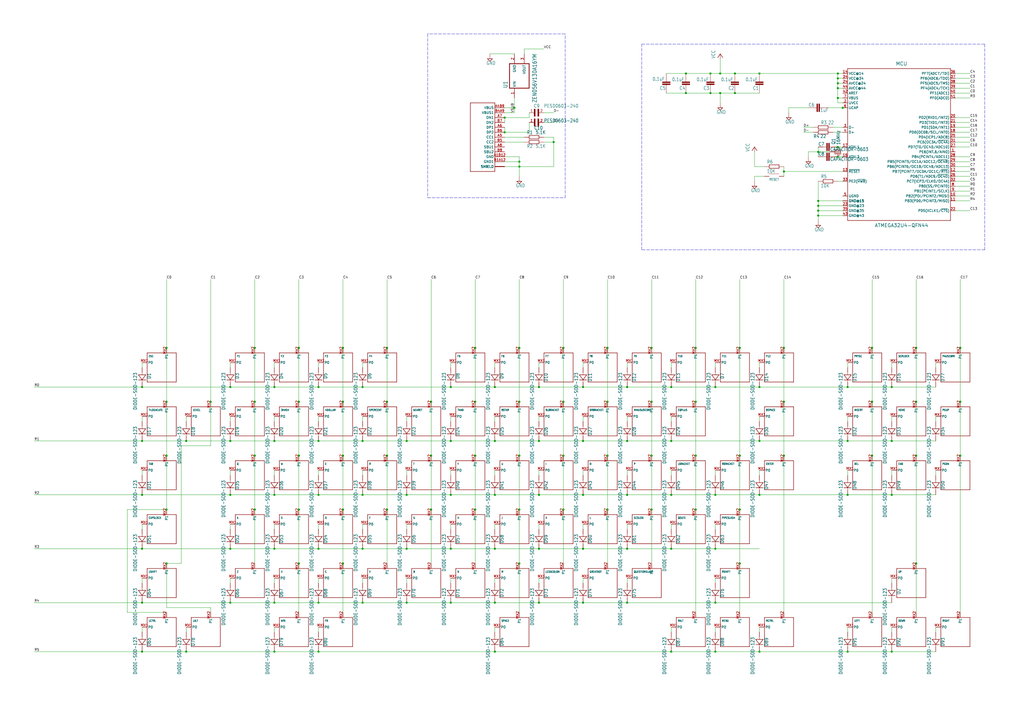
<source format=kicad_sch>
(kicad_sch (version 20211123) (generator eeschema)
  (paper "User" 530.86 370.154)
  (lib_symbols
    (symbol "A10L9-eagle-import:ATMEGA32U4-QFN44"
      (property "Value" "ATMEGA32U4-QFN44" (at 0 -40.64 0))
      (symbol "ATMEGA32U4-QFN44_1_0"
        (pin bidirectional line (at 27.94 -2.54 180) (length 2.54) (name "PE6(INT.6/AIN0)") (number "1"))
        (pin bidirectional line (at 27.94 -25.4 180) (length 2.54) (name "PB2(PDI/PCINT2/MOSI)") (number "10"))
        (pin bidirectional line (at 27.94 -27.94 180) (length 2.54) (name "PB3(PD0/PCINT3/MISO)") (number "11"))
        (pin bidirectional line (at 27.94 -12.7 180) (length 2.54) (name "PB7(PCINT7/OC0A/OC1C/~{RTS})") (number "12"))
        (pin bidirectional line (at -30.48 -12.7 0) (length 2.54) (name "~{RESET}") (number "13"))
        (pin bidirectional line (at -30.48 38.1 0) (length 2.54) (name "VCC@14") (number "14"))
        (pin bidirectional line (at -30.48 -27.94 0) (length 2.54) (name "GND@15") (number "15"))
        (pin bidirectional line (at -30.48 -5.08 0) (length 2.54) (name "XTAL2") (number "16"))
        (pin bidirectional line (at -30.48 0 0) (length 2.54) (name "XTAL1") (number "17"))
        (pin bidirectional line (at 27.94 7.62 180) (length 2.54) (name "PD0(OC0B/SCL/INT0)") (number "18"))
        (pin bidirectional line (at 27.94 10.16 180) (length 2.54) (name "PD1(SDA/INT1)") (number "19"))
        (pin bidirectional line (at -30.48 22.86 0) (length 2.54) (name "UVCC") (number "2"))
        (pin bidirectional line (at 27.94 15.24 180) (length 2.54) (name "PD2(RXD1/INT2)") (number "20"))
        (pin bidirectional line (at 27.94 12.7 180) (length 2.54) (name "PD3(TXD1/INT3)") (number "21"))
        (pin bidirectional line (at 27.94 -33.02 180) (length 2.54) (name "PD5(XCLK1/~{CTS})") (number "22"))
        (pin bidirectional line (at -30.48 -30.48 0) (length 2.54) (name "GND@23") (number "23"))
        (pin bidirectional line (at -30.48 33.02 0) (length 2.54) (name "AVCC@24") (number "24"))
        (pin bidirectional line (at 27.94 5.08 180) (length 2.54) (name "PD4(ICP1/ADC8)") (number "25"))
        (pin bidirectional line (at 27.94 -15.24 180) (length 2.54) (name "PD6(T1/ADC9/~{OC4D})") (number "26"))
        (pin bidirectional line (at 27.94 0 180) (length 2.54) (name "PD7(T0/OC4D/ADC10)") (number "27"))
        (pin bidirectional line (at 27.94 -5.08 180) (length 2.54) (name "PB4(PCINT4/ADC11)") (number "28"))
        (pin bidirectional line (at 27.94 -7.62 180) (length 2.54) (name "PB5(PCINT5/OC1A/ADC12/~{OC4B})") (number "29"))
        (pin bidirectional line (at -30.48 10.16 0) (length 2.54) (name "D-") (number "3"))
        (pin bidirectional line (at 27.94 -10.16 180) (length 2.54) (name "PB6(PCINT6/OC1B/OC4B/ADC13)") (number "30"))
        (pin bidirectional line (at 27.94 2.54 180) (length 2.54) (name "PC6(OC3A/~{OC4A})") (number "31"))
        (pin bidirectional line (at 27.94 -17.78 180) (length 2.54) (name "PC7(ICP3/CLK0/OC4A)") (number "32"))
        (pin bidirectional line (at -30.48 -17.78 0) (length 2.54) (name "PE2(~{HWB})") (number "33"))
        (pin bidirectional line (at -30.48 35.56 0) (length 2.54) (name "VCC@34") (number "34"))
        (pin bidirectional line (at -30.48 -33.02 0) (length 2.54) (name "GND@35") (number "35"))
        (pin bidirectional line (at 27.94 38.1 180) (length 2.54) (name "PF7(ADC7/TDI)") (number "36"))
        (pin bidirectional line (at 27.94 35.56 180) (length 2.54) (name "PF6(ADC6/TDO)") (number "37"))
        (pin bidirectional line (at 27.94 33.02 180) (length 2.54) (name "PF5(ADC5/TMS)") (number "38"))
        (pin bidirectional line (at 27.94 30.48 180) (length 2.54) (name "PF4(ADC4/TCK)") (number "39"))
        (pin bidirectional line (at -30.48 7.62 0) (length 2.54) (name "D+") (number "4"))
        (pin bidirectional line (at 27.94 27.94 180) (length 2.54) (name "PF1(ADC1)") (number "40"))
        (pin bidirectional line (at 27.94 25.4 180) (length 2.54) (name "PF0(ADC0)") (number "41"))
        (pin bidirectional line (at -30.48 27.94 0) (length 2.54) (name "AREF") (number "42"))
        (pin bidirectional line (at -30.48 -35.56 0) (length 2.54) (name "GND@43") (number "43"))
        (pin bidirectional line (at -30.48 30.48 0) (length 2.54) (name "AVCC@44") (number "44"))
        (pin bidirectional line (at -30.48 -25.4 0) (length 2.54) (name "UGND") (number "5"))
        (pin bidirectional line (at -30.48 20.32 0) (length 2.54) (name "UCAP") (number "6"))
        (pin bidirectional line (at -30.48 25.4 0) (length 2.54) (name "VBUS") (number "7"))
        (pin bidirectional line (at 27.94 -20.32 180) (length 2.54) (name "PB0(SS/PCINT0)") (number "8"))
        (pin bidirectional line (at 27.94 -22.86 180) (length 2.54) (name "PB1(PCINT1/SCLK)") (number "9"))
        (pin bidirectional line (at -30.48 -27.94 0) (length 2.54) (name "GND@15") (number "TAB"))
      )
    )
    (symbol "A10L9-eagle-import:CAPACITOR-0603"
      (property "Reference" "C" (at -5.08 0.508 0))
      (property "Value" "CAPACITOR-0603" (at 1.016 -0.254 0))
      (symbol "CAPACITOR-0603_1_0"
        (pin passive line (at -5.08 0 0) (length 2.54) (name "1") (number "1"))
        (pin passive line (at 5.08 0 180) (length 2.54) (name "2") (number "2"))
      )
    )
    (symbol "A10L9-eagle-import:DIODE-SOD-123"
      (property "Reference" "D" (at -2.3114 2.6416 0))
      (property "Value" "DIODE-SOD-123" (at -2.5654 -4.4958 0))
      (symbol "DIODE-SOD-123_1_0"
        (pin passive line (at -5.08 0 0) (length 2.54) (name "A") (number "A"))
        (pin passive line (at 5.08 0 180) (length 2.54) (name "C") (number "C"))
      )
    )
    (symbol "A10L9-eagle-import:GND" (power)
      (property "Value" "GND" (at -1.905 -3.175 0))
      (symbol "GND_1_0"
        (pin power_in line (at 0 2.54 270) (length 2.54) (name "GND") (number "1"))
      )
    )
    (symbol "A10L9-eagle-import:KEYSWITCH-PLAIN-MX-1U"
      (symbol "KEYSWITCH-PLAIN-MX-1U_1_0"
        (pin bidirectional line (at -10.16 2.54 0) (length 2.54) (name "P0") (number "MX1"))
        (pin bidirectional line (at 2.54 10.16 270) (length 2.54) (name "P1") (number "MX2"))
      )
    )
    (symbol "A10L9-eagle-import:KEYSWITCH-PLAIN-MX-2U"
      (symbol "KEYSWITCH-PLAIN-MX-2U_1_0"
        (pin bidirectional line (at -10.16 2.54 0) (length 2.54) (name "P0") (number "MX1"))
        (pin bidirectional line (at 2.54 10.16 270) (length 2.54) (name "P1") (number "MX2"))
      )
    )
    (symbol "A10L9-eagle-import:KEYSWITCH-PLAIN-MX-2U-ROTATED"
      (symbol "KEYSWITCH-PLAIN-MX-2U-ROTATED_1_0"
        (pin bidirectional line (at -10.16 2.54 0) (length 2.54) (name "P0") (number "MX1"))
        (pin bidirectional line (at 2.54 10.16 270) (length 2.54) (name "P1") (number "MX2"))
      )
    )
    (symbol "A10L9-eagle-import:KEYSWITCH-PLAIN-MX-7U-FLIPPED"
      (symbol "KEYSWITCH-PLAIN-MX-7U-FLIPPED_1_0"
        (pin bidirectional line (at -10.16 2.54 0) (length 2.54) (name "P0") (number "MX1"))
        (pin bidirectional line (at 2.54 10.16 270) (length 2.54) (name "P1") (number "MX2"))
      )
    )
    (symbol "A10L9-eagle-import:KX-5"
      (property "Reference" "Q" (at 3.81 1.27 0))
      (property "Value" "KX-5" (at 3.81 -2.54 0))
      (symbol "KX-5_1_0"
        (text "1" (at -2.159 -1.143 0) (effects (font (size 0.8636 0.734)) (justify left bottom)))
        (text "2" (at 1.524 -1.143 0) (effects (font (size 0.8636 0.734)) (justify left bottom)))
        (pin passive line (at -2.54 0 0) (length 0) (name "1") (number "1"))
        (pin passive line (at 0 4.064 270) (length 2.54) (name "3") (number "2"))
        (pin passive line (at 2.54 0 180) (length 0) (name "2") (number "3"))
        (pin passive line (at 0 4.064 270) (length 2.54) (name "3") (number "4"))
      )
    )
    (symbol "A10L9-eagle-import:PESD0603-240"
      (property "Reference" "C" (at 0 3.8109 0))
      (property "Value" "PESD0603-240" (at 0 -5.0884 0))
      (symbol "PESD0603-240_1_0"
        (pin passive line (at -2.54 0 0) (length 2.54) (name "1") (number "1"))
        (pin passive line (at 5.08 0 180) (length 2.54) (name "2") (number "2"))
      )
    )
    (symbol "A10L9-eagle-import:RESISTOR-0603"
      (property "Reference" "R" (at -3.81 1.4986 0))
      (property "Value" "RESISTOR-0603" (at -3.81 -3.302 0))
      (symbol "RESISTOR-0603_1_0"
        (pin passive line (at -5.08 0 0) (length 2.54) (name "1") (number "1"))
        (pin passive line (at 5.08 0 180) (length 2.54) (name "2") (number "2"))
      )
    )
    (symbol "A10L9-eagle-import:SWITCH-SMD-EVP-BB2A9B00"
      (property "Reference" "SW" (at 0 -2.286 0))
      (symbol "SWITCH-SMD-EVP-BB2A9B00_1_0"
        (pin passive line (at -5.08 0 0) (length 2.54) (name "1") (number "A@1"))
        (pin passive line (at -5.08 0 0) (length 2.54) (name "1") (number "A@2"))
        (pin passive line (at 5.08 0 180) (length 2.54) (name "2") (number "B@3"))
        (pin passive line (at 5.08 0 180) (length 2.54) (name "2") (number "B@4"))
      )
    )
    (symbol "A10L9-eagle-import:USB-C"
      (symbol "USB-C_1_0"
        (pin bidirectional line (at 12.7 -12.7 180) (length 5.08) (name "GND") (number "A1B12"))
        (pin bidirectional line (at 12.7 12.7 180) (length 5.08) (name "VBUS") (number "A4B9"))
        (pin bidirectional line (at 12.7 -2.54 180) (length 5.08) (name "CC1") (number "A5"))
        (pin bidirectional line (at 12.7 2.54 180) (length 5.08) (name "DP1") (number "A6"))
        (pin bidirectional line (at 12.7 7.62 180) (length 5.08) (name "DN1") (number "A7"))
        (pin bidirectional line (at 12.7 -7.62 180) (length 5.08) (name "SBU1") (number "A8"))
        (pin bidirectional line (at 12.7 -15.24 180) (length 5.08) (name "GND1") (number "B1A12"))
        (pin bidirectional line (at 12.7 10.16 180) (length 5.08) (name "VBUS1") (number "B4A9"))
        (pin bidirectional line (at 12.7 -5.08 180) (length 5.08) (name "CC2") (number "B5"))
        (pin bidirectional line (at 12.7 0 180) (length 5.08) (name "DP2") (number "B6"))
        (pin bidirectional line (at 12.7 5.08 180) (length 5.08) (name "DN2") (number "B7"))
        (pin bidirectional line (at 12.7 -10.16 180) (length 5.08) (name "SBU2") (number "B8"))
        (pin bidirectional line (at 12.7 -17.78 180) (length 5.08) (name "SHIELD") (number "P$13"))
        (pin bidirectional line (at 12.7 -17.78 180) (length 5.08) (name "SHIELD") (number "P$14"))
        (pin bidirectional line (at 12.7 -17.78 180) (length 5.08) (name "SHIELD") (number "P$15"))
        (pin bidirectional line (at 12.7 -17.78 180) (length 5.08) (name "SHIELD") (number "P$16"))
      )
    )
    (symbol "A10L9-eagle-import:VCC" (power)
      (property "Value" "VCC" (at -2.54 -2.54 90))
      (symbol "VCC_1_0"
        (pin power_in line (at 0 -2.54 90) (length 2.54) (name "VCC") (number "1"))
      )
    )
    (symbol "A10L9-eagle-import:ZEN056V130A16YM"
      (property "Reference" "U" (at 0 6.08 0))
      (property "Value" "ZEN056V130A16YM" (at 0 -9.08 0))
      (symbol "ZEN056V130A16YM_1_0"
        (pin input line (at -5.08 2.54 0) (length 5.08) (name "VIN") (number "1"))
        (pin output line (at 17.78 2.54 180) (length 5.08) (name "GND") (number "2"))
        (pin power_in line (at 17.78 -2.54 180) (length 5.08) (name "VOUT") (number "3"))
      )
    )
  )
  (junction (at 393.7 38.1))
  (junction (at 154.94 264.16))
  (junction (at 406.4 88.9))
  (junction (at 165.1 256.54))
  (junction (at 187.96 284.48))
  (junction (at 373.38 48.26))
  (junction (at 337.82 236.22))
  (junction (at 246.38 236.22))
  (junction (at 393.7 200.66))
  (junction (at 96.52 228.6))
  (junction (at 314.96 208.28))
  (junction (at 210.82 284.48))
  (junction (at 177.8 208.28))
  (junction (at 439.42 228.6))
  (junction (at 142.24 256.54))
  (junction (at 368.3 48.26))
  (junction (at 132.08 180.34))
  (junction (at 381 48.26))
  (junction (at 360.68 208.28))
  (junction (at 347.98 200.66))
  (junction (at 406.4 236.22))
  (junction (at 497.84 236.22))
  (junction (at 424.18 111.76))
  (junction (at 360.68 236.22))
  (junction (at 424.18 78.74))
  (junction (at 119.38 256.54))
  (junction (at 434.34 43.18))
  (junction (at 109.22 208.28))
  (junction (at 256.54 228.6))
  (junction (at 200.66 180.34))
  (junction (at 279.4 312.42))
  (junction (at 269.24 86.36))
  (junction (at 368.3 38.1))
  (junction (at 177.8 236.22))
  (junction (at 452.12 208.28))
  (junction (at 406.4 208.28))
  (junction (at 200.66 264.16))
  (junction (at 256.54 256.54))
  (junction (at 269.24 180.34))
  (junction (at 119.38 228.6))
  (junction (at 119.38 312.42))
  (junction (at 279.4 284.48))
  (junction (at 223.52 236.22))
  (junction (at 256.54 284.48))
  (junction (at 261.62 60.96))
  (junction (at 434.34 50.8))
  (junction (at 393.7 228.6))
  (junction (at 434.34 38.1))
  (junction (at 439.42 200.66))
  (junction (at 154.94 292.1))
  (junction (at 142.24 228.6))
  (junction (at 96.52 337.82))
  (junction (at 132.08 264.16))
  (junction (at 73.66 200.66))
  (junction (at 269.24 236.22))
  (junction (at 86.36 264.16))
  (junction (at 233.68 284.48))
  (junction (at 302.26 284.48))
  (junction (at 233.68 256.54))
  (junction (at 132.08 236.22))
  (junction (at 302.26 228.6))
  (junction (at 210.82 312.42))
  (junction (at 355.6 48.26))
  (junction (at 462.28 337.82))
  (junction (at 424.18 106.68))
  (junction (at 292.1 180.34))
  (junction (at 165.1 337.82))
  (junction (at 279.4 200.66))
  (junction (at 370.84 200.66))
  (junction (at 302.26 312.42))
  (junction (at 256.54 312.42))
  (junction (at 452.12 236.22))
  (junction (at 370.84 337.82))
  (junction (at 246.38 180.34))
  (junction (at 497.84 180.34))
  (junction (at 383.54 292.1))
  (junction (at 165.1 228.6))
  (junction (at 256.54 200.66))
  (junction (at 474.98 180.34))
  (junction (at 292.1 264.16))
  (junction (at 474.98 236.22))
  (junction (at 436.88 55.88))
  (junction (at 279.4 256.54))
  (junction (at 269.24 264.16))
  (junction (at 434.34 81.28))
  (junction (at 302.26 200.66))
  (junction (at 347.98 337.82))
  (junction (at 462.28 256.54))
  (junction (at 393.7 256.54))
  (junction (at 292.1 236.22))
  (junction (at 439.42 256.54))
  (junction (at 337.82 180.34))
  (junction (at 73.66 284.48))
  (junction (at 119.38 200.66))
  (junction (at 200.66 236.22))
  (junction (at 86.36 208.28))
  (junction (at 474.98 292.1))
  (junction (at 233.68 312.42))
  (junction (at 462.28 200.66))
  (junction (at 292.1 208.28))
  (junction (at 381 38.1))
  (junction (at 434.34 40.64))
  (junction (at 325.12 200.66))
  (junction (at 142.24 312.42))
  (junction (at 373.38 38.1))
  (junction (at 474.98 208.28))
  (junction (at 165.1 312.42))
  (junction (at 187.96 256.54))
  (junction (at 497.84 208.28))
  (junction (at 86.36 236.22))
  (junction (at 462.28 228.6))
  (junction (at 165.1 200.66))
  (junction (at 314.96 264.16))
  (junction (at 177.8 180.34))
  (junction (at 370.84 312.42))
  (junction (at 246.38 264.16))
  (junction (at 269.24 292.1))
  (junction (at 73.66 312.42))
  (junction (at 86.36 292.1))
  (junction (at 347.98 256.54))
  (junction (at 370.84 256.54))
  (junction (at 360.68 264.16))
  (junction (at 165.1 284.48))
  (junction (at 383.54 264.16))
  (junction (at 177.8 264.16))
  (junction (at 314.96 180.34))
  (junction (at 325.12 284.48))
  (junction (at 302.26 256.54))
  (junction (at 142.24 337.82))
  (junction (at 424.18 104.14))
  (junction (at 439.42 337.82))
  (junction (at 434.34 45.72))
  (junction (at 246.38 208.28))
  (junction (at 325.12 228.6))
  (junction (at 154.94 180.34))
  (junction (at 142.24 284.48))
  (junction (at 355.6 38.1))
  (junction (at 233.68 200.66))
  (junction (at 337.82 264.16))
  (junction (at 177.8 292.1))
  (junction (at 223.52 264.16))
  (junction (at 187.96 228.6))
  (junction (at 360.68 180.34))
  (junction (at 347.98 284.48))
  (junction (at 223.52 208.28))
  (junction (at 406.4 180.34))
  (junction (at 393.7 337.82))
  (junction (at 325.12 256.54))
  (junction (at 187.96 312.42))
  (junction (at 383.54 180.34))
  (junction (at 434.34 76.2))
  (junction (at 269.24 83.82))
  (junction (at 261.62 68.58))
  (junction (at 325.12 312.42))
  (junction (at 452.12 180.34))
  (junction (at 154.94 236.22))
  (junction (at 132.08 208.28))
  (junction (at 119.38 284.48))
  (junction (at 347.98 228.6))
  (junction (at 187.96 200.66))
  (junction (at 233.68 228.6))
  (junction (at 337.82 208.28))
  (junction (at 73.66 228.6))
  (junction (at 142.24 200.66))
  (junction (at 279.4 228.6))
  (junction (at 73.66 256.54))
  (junction (at 383.54 236.22))
  (junction (at 256.54 337.82))
  (junction (at 287.02 73.66))
  (junction (at 210.82 228.6))
  (junction (at 269.24 208.28))
  (junction (at 314.96 236.22))
  (junction (at 210.82 256.54))
  (junction (at 73.66 337.82))
  (junction (at 200.66 208.28))
  (junction (at 266.7 55.88))
  (junction (at 86.36 180.34))
  (junction (at 370.84 284.48))
  (junction (at 424.18 109.22))
  (junction (at 154.94 208.28))
  (wire (pts (xy 485.14 218.44) (xy 485.14 215.9)))
  (wire (pts (xy 73.66 256.54) (xy 17.78 256.54)))
  (wire (pts (xy 462.28 256.54) (xy 485.14 256.54)))
  (wire (pts (xy 393.7 246.38) (xy 393.7 243.84)))
  (wire (pts (xy 200.66 180.34) (xy 200.66 144.78)))
  (wire (pts (xy 177.8 236.22) (xy 177.8 264.16)))
  (wire (pts (xy 269.24 292.1) (xy 269.24 317.5)))
  (wire (pts (xy 279.4 284.48) (xy 302.26 284.48)))
  (wire (pts (xy 436.88 68.58) (xy 431.8 68.58)))
  (wire (pts (xy 187.96 302.26) (xy 187.96 299.72)))
  (polyline (pts (xy 510.54 22.86) (xy 510.54 129.54)))
  (wire (pts (xy 119.38 302.26) (xy 119.38 299.72)))
  (wire (pts (xy 142.24 274.32) (xy 142.24 271.78)))
  (wire (pts (xy 246.38 236.22) (xy 246.38 264.16)))
  (wire (pts (xy 142.24 327.66) (xy 142.24 325.12)))
  (wire (pts (xy 434.34 81.28) (xy 436.88 81.28)))
  (wire (pts (xy 302.26 256.54) (xy 325.12 256.54)))
  (wire (pts (xy 373.38 38.1) (xy 373.38 30.48)))
  (wire (pts (xy 73.66 228.6) (xy 96.52 228.6)))
  (wire (pts (xy 408.94 55.88) (xy 408.94 58.42)))
  (wire (pts (xy 406.4 236.22) (xy 406.4 317.5)))
  (wire (pts (xy 73.66 228.6) (xy 17.78 228.6)))
  (wire (pts (xy 287.02 86.36) (xy 269.24 86.36)))
  (wire (pts (xy 86.36 208.28) (xy 86.36 236.22)))
  (wire (pts (xy 292.1 264.16) (xy 292.1 292.1)))
  (wire (pts (xy 210.82 218.44) (xy 210.82 215.9)))
  (wire (pts (xy 462.28 218.44) (xy 462.28 215.9)))
  (wire (pts (xy 347.98 190.5) (xy 347.98 187.96)))
  (wire (pts (xy 271.78 27.94) (xy 271.78 25.4)))
  (wire (pts (xy 497.84 180.34) (xy 497.84 144.78)))
  (wire (pts (xy 132.08 208.28) (xy 132.08 236.22)))
  (wire (pts (xy 370.84 256.54) (xy 393.7 256.54)))
  (wire (pts (xy 485.14 190.5) (xy 485.14 187.96)))
  (wire (pts (xy 165.1 327.66) (xy 165.1 325.12)))
  (wire (pts (xy 434.34 50.8) (xy 436.88 50.8)))
  (wire (pts (xy 368.3 38.1) (xy 355.6 38.1)))
  (wire (pts (xy 187.96 284.48) (xy 210.82 284.48)))
  (wire (pts (xy 355.6 38.1) (xy 345.44 38.1)))
  (wire (pts (xy 256.54 256.54) (xy 279.4 256.54)))
  (wire (pts (xy 119.38 274.32) (xy 119.38 271.78)))
  (wire (pts (xy 495.3 71.12) (xy 502.92 71.12)))
  (wire (pts (xy 266.7 58.42) (xy 266.7 55.88)))
  (wire (pts (xy 302.26 284.48) (xy 325.12 284.48)))
  (wire (pts (xy 495.3 48.26) (xy 502.92 48.26)))
  (wire (pts (xy 279.4 200.66) (xy 302.26 200.66)))
  (wire (pts (xy 434.34 38.1) (xy 434.34 40.64)))
  (wire (pts (xy 256.54 274.32) (xy 256.54 271.78)))
  (wire (pts (xy 246.38 264.16) (xy 246.38 292.1)))
  (wire (pts (xy 256.54 246.38) (xy 256.54 243.84)))
  (wire (pts (xy 393.7 200.66) (xy 439.42 200.66)))
  (wire (pts (xy 119.38 200.66) (xy 142.24 200.66)))
  (wire (pts (xy 436.88 111.76) (xy 424.18 111.76)))
  (wire (pts (xy 429.26 55.88) (xy 436.88 55.88)))
  (wire (pts (xy 233.68 274.32) (xy 233.68 271.78)))
  (wire (pts (xy 256.54 302.26) (xy 256.54 299.72)))
  (wire (pts (xy 269.24 264.16) (xy 269.24 292.1)))
  (wire (pts (xy 495.3 93.98) (xy 502.92 93.98)))
  (wire (pts (xy 436.88 38.1) (xy 434.34 38.1)))
  (wire (pts (xy 96.52 327.66) (xy 96.52 325.12)))
  (wire (pts (xy 279.4 246.38) (xy 279.4 243.84)))
  (wire (pts (xy 119.38 284.48) (xy 142.24 284.48)))
  (wire (pts (xy 302.26 228.6) (xy 325.12 228.6)))
  (wire (pts (xy 325.12 312.42) (xy 370.84 312.42)))
  (wire (pts (xy 142.24 312.42) (xy 165.1 312.42)))
  (wire (pts (xy 383.54 264.16) (xy 383.54 292.1)))
  (wire (pts (xy 66.04 317.5) (xy 86.36 317.5)))
  (wire (pts (xy 360.68 180.34) (xy 360.68 208.28)))
  (wire (pts (xy 269.24 180.34) (xy 269.24 208.28)))
  (wire (pts (xy 119.38 312.42) (xy 142.24 312.42)))
  (wire (pts (xy 200.66 180.34) (xy 200.66 208.28)))
  (wire (pts (xy 210.82 274.32) (xy 210.82 271.78)))
  (wire (pts (xy 66.04 264.16) (xy 66.04 317.5)))
  (wire (pts (xy 419.1 78.74) (xy 419.1 81.28)))
  (wire (pts (xy 261.62 86.36) (xy 269.24 86.36)))
  (wire (pts (xy 223.52 208.28) (xy 223.52 236.22)))
  (wire (pts (xy 177.8 208.28) (xy 177.8 236.22)))
  (wire (pts (xy 302.26 274.32) (xy 302.26 271.78)))
  (wire (pts (xy 452.12 236.22) (xy 452.12 317.5)))
  (wire (pts (xy 86.36 314.96) (xy 109.22 314.96)))
  (wire (pts (xy 233.68 256.54) (xy 256.54 256.54)))
  (wire (pts (xy 86.36 180.34) (xy 86.36 144.78)))
  (wire (pts (xy 393.7 337.82) (xy 439.42 337.82)))
  (wire (pts (xy 269.24 83.82) (xy 269.24 86.36)))
  (wire (pts (xy 210.82 246.38) (xy 210.82 243.84)))
  (wire (pts (xy 165.1 256.54) (xy 187.96 256.54)))
  (wire (pts (xy 73.66 302.26) (xy 73.66 299.72)))
  (wire (pts (xy 210.82 312.42) (xy 233.68 312.42)))
  (wire (pts (xy 325.12 302.26) (xy 325.12 299.72)))
  (wire (pts (xy 406.4 88.9) (xy 406.4 91.44)))
  (wire (pts (xy 495.3 66.04) (xy 502.92 66.04)))
  (wire (pts (xy 132.08 180.34) (xy 132.08 208.28)))
  (wire (pts (xy 177.8 180.34) (xy 177.8 208.28)))
  (wire (pts (xy 210.82 256.54) (xy 233.68 256.54)))
  (wire (pts (xy 96.52 228.6) (xy 119.38 228.6)))
  (wire (pts (xy 274.32 63.5) (xy 274.32 68.58)))
  (wire (pts (xy 495.3 96.52) (xy 502.92 96.52)))
  (wire (pts (xy 233.68 228.6) (xy 256.54 228.6)))
  (wire (pts (xy 187.96 190.5) (xy 187.96 187.96)))
  (wire (pts (xy 266.7 27.94) (xy 254 27.94)))
  (wire (pts (xy 132.08 236.22) (xy 132.08 264.16)))
  (wire (pts (xy 495.3 81.28) (xy 502.92 81.28)))
  (wire (pts (xy 73.66 312.42) (xy 17.78 312.42)))
  (wire (pts (xy 142.24 200.66) (xy 165.1 200.66)))
  (wire (pts (xy 73.66 218.44) (xy 73.66 215.9)))
  (wire (pts (xy 314.96 180.34) (xy 314.96 144.78)))
  (wire (pts (xy 165.1 312.42) (xy 187.96 312.42)))
  (wire (pts (xy 73.66 337.82) (xy 96.52 337.82)))
  (wire (pts (xy 337.82 180.34) (xy 337.82 144.78)))
  (wire (pts (xy 434.34 53.34) (xy 434.34 50.8)))
  (wire (pts (xy 73.66 200.66) (xy 17.78 200.66)))
  (wire (pts (xy 462.28 228.6) (xy 485.14 228.6)))
  (wire (pts (xy 269.24 81.28) (xy 269.24 83.82)))
  (wire (pts (xy 279.4 274.32) (xy 279.4 271.78)))
  (wire (pts (xy 439.42 55.88) (xy 436.88 55.88)))
  (wire (pts (xy 391.16 86.36) (xy 391.16 78.74)))
  (wire (pts (xy 119.38 228.6) (xy 142.24 228.6)))
  (wire (pts (xy 154.94 292.1) (xy 154.94 317.5)))
  (wire (pts (xy 177.8 264.16) (xy 177.8 292.1)))
  (wire (pts (xy 393.7 284.48) (xy 370.84 284.48)))
  (wire (pts (xy 434.34 43.18) (xy 434.34 45.72)))
  (wire (pts (xy 360.68 208.28) (xy 360.68 236.22)))
  (wire (pts (xy 497.84 180.34) (xy 497.84 208.28)))
  (wire (pts (xy 497.84 236.22) (xy 497.84 317.5)))
  (wire (pts (xy 73.66 312.42) (xy 119.38 312.42)))
  (wire (pts (xy 279.4 256.54) (xy 302.26 256.54)))
  (wire (pts (xy 383.54 180.34) (xy 383.54 144.78)))
  (wire (pts (xy 347.98 274.32) (xy 347.98 271.78)))
  (wire (pts (xy 383.54 180.34) (xy 383.54 236.22)))
  (wire (pts (xy 177.8 292.1) (xy 177.8 317.5)))
  (polyline (pts (xy 292.96 102.5) (xy 292.96 17.6)))
  (wire (pts (xy 439.42 327.66) (xy 439.42 325.12)))
  (wire (pts (xy 452.12 208.28) (xy 452.12 236.22)))
  (wire (pts (xy 495.3 86.36) (xy 502.92 86.36)))
  (wire (pts (xy 256.54 228.6) (xy 279.4 228.6)))
  (wire (pts (xy 165.1 337.82) (xy 256.54 337.82)))
  (wire (pts (xy 256.54 337.82) (xy 347.98 337.82)))
  (wire (pts (xy 269.24 208.28) (xy 269.24 236.22)))
  (wire (pts (xy 73.66 274.32) (xy 73.66 271.78)))
  (wire (pts (xy 421.64 68.58) (xy 416.56 68.58)))
  (wire (pts (xy 246.38 180.34) (xy 246.38 144.78)))
  (wire (pts (xy 337.82 264.16) (xy 337.82 292.1)))
  (wire (pts (xy 261.62 58.42) (xy 266.7 58.42)))
  (wire (pts (xy 370.84 274.32) (xy 370.84 271.78)))
  (wire (pts (xy 424.18 93.98) (xy 424.18 104.14)))
  (wire (pts (xy 436.88 93.98) (xy 434.34 93.98)))
  (polyline (pts (xy 332.74 129.54) (xy 332.74 22.86)))
  (wire (pts (xy 439.42 337.82) (xy 462.28 337.82)))
  (wire (pts (xy 360.68 264.16) (xy 360.68 317.5)))
  (wire (pts (xy 187.96 312.42) (xy 210.82 312.42)))
  (wire (pts (xy 261.62 66.04) (xy 261.62 68.58)))
  (wire (pts (xy 436.88 40.64) (xy 434.34 40.64)))
  (wire (pts (xy 142.24 337.82) (xy 165.1 337.82)))
  (wire (pts (xy 434.34 45.72) (xy 434.34 50.8)))
  (wire (pts (xy 261.62 60.96) (xy 261.62 63.5)))
  (wire (pts (xy 381 48.26) (xy 393.7 48.26)))
  (wire (pts (xy 406.4 180.34) (xy 406.4 208.28)))
  (wire (pts (xy 424.18 78.74) (xy 419.1 78.74)))
  (wire (pts (xy 302.26 302.26) (xy 302.26 299.72)))
  (wire (pts (xy 495.3 76.2) (xy 502.92 76.2)))
  (wire (pts (xy 261.62 83.82) (xy 269.24 83.82)))
  (wire (pts (xy 73.66 200.66) (xy 119.38 200.66)))
  (wire (pts (xy 271.78 73.66) (xy 261.62 73.66)))
  (wire (pts (xy 154.94 208.28) (xy 154.94 236.22)))
  (wire (pts (xy 302.26 312.42) (xy 325.12 312.42)))
  (wire (pts (xy 325.12 200.66) (xy 347.98 200.66)))
  (wire (pts (xy 256.54 190.5) (xy 256.54 187.96)))
  (polyline (pts (xy 332.74 22.86) (xy 510.54 22.86)))
  (wire (pts (xy 347.98 284.48) (xy 370.84 284.48)))
  (wire (pts (xy 391.16 91.44) (xy 391.16 93.98)))
  (wire (pts (xy 373.38 48.26) (xy 381 48.26)))
  (wire (pts (xy 462.28 246.38) (xy 462.28 243.84)))
  (wire (pts (xy 406.4 208.28) (xy 406.4 236.22)))
  (wire (pts (xy 142.24 228.6) (xy 165.1 228.6)))
  (wire (pts (xy 347.98 218.44) (xy 347.98 215.9)))
  (wire (pts (xy 462.28 302.26) (xy 462.28 299.72)))
  (polyline (pts (xy 510.54 129.54) (xy 332.74 129.54)))
  (wire (pts (xy 495.3 91.44) (xy 502.92 91.44)))
  (wire (pts (xy 462.28 337.82) (xy 485.14 337.82)))
  (wire (pts (xy 132.08 180.34) (xy 132.08 144.78)))
  (wire (pts (xy 370.84 190.5) (xy 370.84 187.96)))
  (wire (pts (xy 142.24 284.48) (xy 165.1 284.48)))
  (wire (pts (xy 383.54 292.1) (xy 383.54 317.5)))
  (wire (pts (xy 287.02 71.12) (xy 287.02 73.66)))
  (wire (pts (xy 165.1 200.66) (xy 187.96 200.66)))
  (wire (pts (xy 210.82 228.6) (xy 233.68 228.6)))
  (wire (pts (xy 302.26 190.5) (xy 302.26 187.96)))
  (wire (pts (xy 406.4 86.36) (xy 406.4 88.9)))
  (wire (pts (xy 292.1 208.28) (xy 292.1 236.22)))
  (wire (pts (xy 370.84 246.38) (xy 370.84 243.84)))
  (wire (pts (xy 165.1 302.26) (xy 165.1 299.72)))
  (wire (pts (xy 495.3 109.22) (xy 502.92 109.22)))
  (wire (pts (xy 292.1 180.34) (xy 292.1 144.78)))
  (wire (pts (xy 287.02 73.66) (xy 287.02 86.36)))
  (wire (pts (xy 325.12 256.54) (xy 347.98 256.54)))
  (wire (pts (xy 439.42 228.6) (xy 462.28 228.6)))
  (wire (pts (xy 436.88 109.22) (xy 424.18 109.22)))
  (wire (pts (xy 73.66 327.66) (xy 73.66 325.12)))
  (wire (pts (xy 187.96 246.38) (xy 187.96 243.84)))
  (wire (pts (xy 495.3 101.6) (xy 502.92 101.6)))
  (wire (pts (xy 279.4 218.44) (xy 279.4 215.9)))
  (wire (pts (xy 86.36 180.34) (xy 86.36 208.28)))
  (wire (pts (xy 154.94 180.34) (xy 154.94 144.78)))
  (wire (pts (xy 421.64 66.04) (xy 416.56 66.04)))
  (wire (pts (xy 495.3 73.66) (xy 502.92 73.66)))
  (wire (pts (xy 165.1 228.6) (xy 187.96 228.6)))
  (wire (pts (xy 370.84 337.82) (xy 393.7 337.82)))
  (wire (pts (xy 314.96 264.16) (xy 314.96 292.1)))
  (wire (pts (xy 325.12 218.44) (xy 325.12 215.9)))
  (wire (pts (xy 274.32 60.96) (xy 274.32 58.42)))
  (wire (pts (xy 109.22 231.14) (xy 93.98 231.14)))
  (wire (pts (xy 495.3 50.8) (xy 502.92 50.8)))
  (wire (pts (xy 424.18 76.2) (xy 424.18 78.74)))
  (wire (pts (xy 279.4 302.26) (xy 279.4 299.72)))
  (wire (pts (xy 233.68 246.38) (xy 233.68 243.84)))
  (wire (pts (xy 269.24 180.34) (xy 269.24 144.78)))
  (wire (pts (xy 436.88 88.9) (xy 406.4 88.9)))
  (wire (pts (xy 419.1 55.88) (xy 408.94 55.88)))
  (wire (pts (xy 436.88 45.72) (xy 434.34 45.72)))
  (wire (pts (xy 233.68 284.48) (xy 256.54 284.48)))
  (wire (pts (xy 495.3 99.06) (xy 502.92 99.06)))
  (wire (pts (xy 325.12 284.48) (xy 347.98 284.48)))
  (wire (pts (xy 302.26 218.44) (xy 302.26 215.9)))
  (wire (pts (xy 495.3 60.96) (xy 502.92 60.96)))
  (wire (pts (xy 439.42 190.5) (xy 439.42 187.96)))
  (wire (pts (xy 325.12 190.5) (xy 325.12 187.96)))
  (wire (pts (xy 165.1 284.48) (xy 187.96 284.48)))
  (wire (pts (xy 396.24 91.44) (xy 391.16 91.44)))
  (wire (pts (xy 485.14 246.38) (xy 485.14 243.84)))
  (wire (pts (xy 393.7 38.1) (xy 434.34 38.1)))
  (wire (pts (xy 132.08 264.16) (xy 132.08 292.1)))
  (wire (pts (xy 246.38 180.34) (xy 246.38 208.28)))
  (wire (pts (xy 233.68 312.42) (xy 256.54 312.42)))
  (wire (pts (xy 393.7 38.1) (xy 381 38.1)))
  (polyline (pts (xy 221.68 102.5) (xy 292.96 102.5)))
  (wire (pts (xy 436.88 104.14) (xy 424.18 104.14)))
  (wire (pts (xy 210.82 302.26) (xy 210.82 299.72)))
  (wire (pts (xy 373.38 53.34) (xy 373.38 48.26)))
  (wire (pts (xy 165.1 218.44) (xy 165.1 215.9)))
  (wire (pts (xy 223.52 208.28) (xy 223.52 144.78)))
  (wire (pts (xy 93.98 292.1) (xy 86.36 292.1)))
  (wire (pts (xy 119.38 218.44) (xy 119.38 215.9)))
  (wire (pts (xy 396.24 86.36) (xy 391.16 86.36)))
  (wire (pts (xy 439.42 256.54) (xy 462.28 256.54)))
  (wire (pts (xy 142.24 302.26) (xy 142.24 299.72)))
  (wire (pts (xy 86.36 292.1) (xy 86.36 314.96)))
  (wire (pts (xy 485.14 327.66) (xy 485.14 325.12)))
  (wire (pts (xy 177.8 180.34) (xy 177.8 144.78)))
  (wire (pts (xy 424.18 104.14) (xy 424.18 106.68)))
  (wire (pts (xy 495.3 83.82) (xy 502.92 83.82)))
  (wire (pts (xy 393.7 327.66) (xy 393.7 325.12)))
  (wire (pts (xy 439.42 218.44) (xy 439.42 215.9)))
  (wire (pts (xy 347.98 246.38) (xy 347.98 243.84)))
  (wire (pts (xy 337.82 180.34) (xy 337.82 208.28)))
  (wire (pts (xy 233.68 302.26) (xy 233.68 299.72)))
  (wire (pts (xy 165.1 246.38) (xy 165.1 243.84)))
  (wire (pts (xy 314.96 180.34) (xy 314.96 208.28)))
  (wire (pts (xy 314.96 236.22) (xy 314.96 264.16)))
  (wire (pts (xy 223.52 264.16) (xy 223.52 292.1)))
  (wire (pts (xy 393.7 228.6) (xy 439.42 228.6)))
  (wire (pts (xy 495.3 104.14) (xy 502.92 104.14)))
  (wire (pts (xy 406.4 180.34) (xy 406.4 144.78)))
  (wire (pts (xy 381 38.1) (xy 373.38 38.1)))
  (wire (pts (xy 187.96 218.44) (xy 187.96 215.9)))
  (wire (pts (xy 495.3 68.58) (xy 502.92 68.58)))
  (wire (pts (xy 279.4 190.5) (xy 279.4 187.96)))
  (wire (pts (xy 200.66 208.28) (xy 200.66 236.22)))
  (wire (pts (xy 200.66 236.22) (xy 200.66 264.16)))
  (wire (pts (xy 165.1 190.5) (xy 165.1 187.96)))
  (wire (pts (xy 281.94 58.42) (xy 287.02 58.42)))
  (wire (pts (xy 261.62 81.28) (xy 269.24 81.28)))
  (wire (pts (xy 256.54 284.48) (xy 279.4 284.48)))
  (wire (pts (xy 424.18 81.28) (xy 424.18 78.74)))
  (wire (pts (xy 439.42 200.66) (xy 462.28 200.66)))
  (wire (pts (xy 495.3 88.9) (xy 502.92 88.9)))
  (wire (pts (xy 424.18 109.22) (xy 424.18 111.76)))
  (wire (pts (xy 271.78 25.4) (xy 281.94 25.4)))
  (wire (pts (xy 474.98 208.28) (xy 474.98 236.22)))
  (wire (pts (xy 347.98 256.54) (xy 370.84 256.54)))
  (wire (pts (xy 368.3 48.26) (xy 373.38 48.26)))
  (wire (pts (xy 266.7 50.8) (xy 266.7 55.88)))
  (wire (pts (xy 86.36 236.22) (xy 86.36 264.16)))
  (wire (pts (xy 370.84 302.26) (xy 370.84 299.72)))
  (wire (pts (xy 73.66 246.38) (xy 73.66 243.84)))
  (wire (pts (xy 233.68 200.66) (xy 256.54 200.66)))
  (wire (pts (xy 360.68 180.34) (xy 360.68 144.78)))
  (wire (pts (xy 302.26 200.66) (xy 325.12 200.66)))
  (wire (pts (xy 495.3 38.1) (xy 502.92 38.1)))
  (wire (pts (xy 292.1 180.34) (xy 292.1 208.28)))
  (wire (pts (xy 314.96 208.28) (xy 314.96 236.22)))
  (wire (pts (xy 345.44 48.26) (xy 355.6 48.26)))
  (wire (pts (xy 325.12 274.32) (xy 325.12 271.78)))
  (wire (pts (xy 279.4 228.6) (xy 302.26 228.6)))
  (wire (pts (xy 269.24 236.22) (xy 269.24 264.16)))
  (wire (pts (xy 337.82 236.22) (xy 337.82 264.16)))
  (wire (pts (xy 142.24 256.54) (xy 165.1 256.54)))
  (wire (pts (xy 281.94 73.66) (xy 287.02 73.66)))
  (wire (pts (xy 495.3 43.18) (xy 502.92 43.18)))
  (wire (pts (xy 154.94 236.22) (xy 154.94 264.16)))
  (wire (pts (xy 452.12 180.34) (xy 452.12 144.78)))
  (wire (pts (xy 119.38 190.5) (xy 119.38 187.96)))
  (wire (pts (xy 495.3 63.5) (xy 502.92 63.5)))
  (wire (pts (xy 279.4 312.42) (xy 302.26 312.42)))
  (wire (pts (xy 370.84 200.66) (xy 393.7 200.66)))
  (wire (pts (xy 424.18 111.76) (xy 424.18 114.3)))
  (wire (pts (xy 325.12 246.38) (xy 325.12 243.84)))
  (wire (pts (xy 434.34 76.2) (xy 436.88 76.2)))
  (polyline (pts (xy 292.96 17.6) (xy 221.68 17.6)))
  (wire (pts (xy 187.96 228.6) (xy 210.82 228.6)))
  (wire (pts (xy 187.96 200.66) (xy 233.68 200.66)))
  (wire (pts (xy 223.52 236.22) (xy 223.52 264.16)))
  (wire (pts (xy 431.8 66.04) (xy 436.88 66.04)))
  (wire (pts (xy 393.7 256.54) (xy 439.42 256.54)))
  (wire (pts (xy 281.94 63.5) (xy 287.02 63.5)))
  (wire (pts (xy 347.98 200.66) (xy 370.84 200.66)))
  (wire (pts (xy 474.98 180.34) (xy 474.98 144.78)))
  (wire (pts (xy 462.28 190.5) (xy 462.28 187.96)))
  (wire (pts (xy 142.24 190.5) (xy 142.24 187.96)))
  (wire (pts (xy 325.12 228.6) (xy 347.98 228.6)))
  (wire (pts (xy 154.94 180.34) (xy 154.94 208.28)))
  (wire (pts (xy 261.62 71.12) (xy 271.78 71.12)))
  (wire (pts (xy 436.88 43.18) (xy 434.34 43.18)))
  (wire (pts (xy 393.7 190.5) (xy 393.7 187.96)))
  (wire (pts (xy 373.38 38.1) (xy 368.3 38.1)))
  (wire (pts (xy 462.28 312.42) (xy 370.84 312.42)))
  (wire (pts (xy 383.54 236.22) (xy 383.54 264.16)))
  (wire (pts (xy 474.98 180.34) (xy 474.98 208.28)))
  (wire (pts (xy 495.3 45.72) (xy 502.92 45.72)))
  (wire (pts (xy 474.98 292.1) (xy 474.98 317.5)))
  (wire (pts (xy 246.38 208.28) (xy 246.38 236.22)))
  (wire (pts (xy 347.98 327.66) (xy 347.98 325.12)))
  (wire (pts (xy 430.276 78.74) (xy 424.18 78.74)))
  (wire (pts (xy 436.88 53.34) (xy 434.34 53.34)))
  (wire (pts (xy 347.98 337.82) (xy 370.84 337.82)))
  (wire (pts (xy 187.96 274.32) (xy 187.96 271.78)))
  (wire (pts (xy 292.1 236.22) (xy 292.1 264.16)))
  (polyline (pts (xy 221.68 17.6) (xy 221.68 102.5)))
  (wire (pts (xy 96.52 337.82) (xy 142.24 337.82)))
  (wire (pts (xy 200.66 264.16) (xy 200.66 292.1)))
  (wire (pts (xy 73.66 284.48) (xy 17.78 284.48)))
  (wire (pts (xy 109.22 314.96) (xy 109.22 317.5)))
  (wire (pts (xy 86.36 264.16) (xy 66.04 264.16)))
  (wire (pts (xy 73.66 337.82) (xy 17.78 337.82)))
  (wire (pts (xy 452.12 180.34) (xy 452.12 208.28)))
  (wire (pts (xy 119.38 256.54) (xy 142.24 256.54)))
  (wire (pts (xy 96.52 218.44) (xy 96.52 215.9)))
  (wire (pts (xy 370.84 327.66) (xy 370.84 325.12)))
  (wire (pts (xy 302.26 246.38) (xy 302.26 243.84)))
  (wire (pts (xy 210.82 284.48) (xy 233.68 284.48)))
  (wire (pts (xy 256.54 312.42) (xy 279.4 312.42)))
  (wire (pts (xy 73.66 190.5) (xy 73.66 187.96)))
  (wire (pts (xy 337.82 208.28) (xy 337.82 236.22)))
  (wire (pts (xy 154.94 264.16) (xy 154.94 292.1)))
  (wire (pts (xy 434.34 40.64) (xy 434.34 43.18)))
  (wire (pts (xy 73.66 256.54) (xy 119.38 256.54)))
  (wire (pts (xy 233.68 190.5) (xy 233.68 187.96)))
  (wire (pts (xy 495.3 40.64) (xy 502.92 40.64)))
  (wire (pts (xy 439.42 246.38) (xy 439.42 243.84)))
  (wire (pts (xy 256.54 327.66) (xy 256.54 325.12)))
  (wire (pts (xy 256.54 218.44) (xy 256.54 215.9)))
  (wire (pts (xy 261.62 60.96) (xy 274.32 60.96)))
  (wire (pts (xy 462.28 200.66) (xy 485.14 200.66)))
  (wire (pts (xy 497.84 208.28) (xy 497.84 236.22)))
  (wire (pts (xy 269.24 86.36) (xy 269.24 91.44)))
  (wire (pts (xy 462.28 327.66) (xy 462.28 325.12)))
  (wire (pts (xy 142.24 218.44) (xy 142.24 215.9)))
  (wire (pts (xy 355.6 48.26) (xy 368.3 48.26)))
  (wire (pts (xy 119.38 246.38) (xy 119.38 243.84)))
  (wire (pts (xy 109.22 208.28) (xy 109.22 144.78)))
  (wire (pts (xy 360.68 236.22) (xy 360.68 264.16)))
  (wire (pts (xy 93.98 231.14) (xy 93.98 292.1)))
  (wire (pts (xy 281.94 71.12) (xy 287.02 71.12)))
  (wire (pts (xy 474.98 236.22) (xy 474.98 292.1)))
  (wire (pts (xy 165.1 274.32) (xy 165.1 271.78)))
  (wire (pts (xy 187.96 256.54) (xy 210.82 256.54)))
  (wire (pts (xy 347.98 228.6) (xy 393.7 228.6)))
  (wire (pts (xy 436.88 106.68) (xy 424.18 106.68)))
  (wire (pts (xy 142.24 246.38) (xy 142.24 243.84)))
  (wire (pts (xy 424.18 106.68) (xy 424.18 109.22)))
  (wire (pts (xy 109.22 208.28) (xy 109.22 231.14)))
  (wire (pts (xy 233.68 218.44) (xy 233.68 215.9)))
  (wire (pts (xy 393.7 218.44) (xy 393.7 215.9)))
  (wire (pts (xy 256.54 200.66) (xy 279.4 200.66)))
  (wire (pts (xy 261.62 55.88) (xy 266.7 55.88)))
  (wire (pts (xy 73.66 284.48) (xy 119.38 284.48)))
  (wire (pts (xy 274.32 68.58) (xy 261.62 68.58)))
  (label "C17" (at 502.92 68.58 0) (effects (font (size 1.2446 1.2446))))
  (label "C17" (at 497.84 144.78 0) (effects (font (size 1.2446 1.2446))))
  (label "C7" (at 502.92 86.36 0) (effects (font (size 1.2446 1.2446))))
  (label "R0" (at 502.92 96.52 0) (effects (font (size 1.2446 1.2446))))
  (label "VSUB" (at 266.7 58.42 90) (effects (font (size 1.2446 1.2446))))
  (label "C6" (at 223.52 144.78 0) (effects (font (size 1.2446 1.2446))))
  (label "D-" (at 416.56 68.58 0) (effects (font (size 1.2446 1.2446))))
  (label "C0" (at 502.92 48.26 0) (effects (font (size 1.2446 1.2446))))
  (label "VCC" (at 281.94 25.4 0) (effects (font (size 1.2446 1.2446))))
  (label "R3" (at 502.92 50.8 0) (effects (font (size 1.2446 1.2446))))
  (label "C7" (at 246.38 144.78 0) (effects (font (size 1.2446 1.2446))))
  (label "C12" (at 360.68 144.78 0) (effects (font (size 1.2446 1.2446))))
  (label "C3" (at 502.92 40.64 0) (effects (font (size 1.2446 1.2446))))
  (label "C16" (at 502.92 66.04 0) (effects (font (size 1.2446 1.2446))))
  (label "D-" (at 287.02 58.42 0) (effects (font (size 1.2446 1.2446))))
  (label "R2" (at 17.78 256.54 0) (effects (font (size 1.2446 1.2446))))
  (label "C3" (at 154.94 144.78 0) (effects (font (size 1.2446 1.2446))))
  (label "C5" (at 200.66 144.78 0) (effects (font (size 1.2446 1.2446))))
  (label "C14" (at 406.4 144.78 0) (effects (font (size 1.2446 1.2446))))
  (label "C12" (at 502.92 71.12 0) (effects (font (size 1.2446 1.2446))))
  (label "C6" (at 502.92 73.66 0) (effects (font (size 1.2446 1.2446))))
  (label "C1" (at 502.92 45.72 0) (effects (font (size 1.2446 1.2446))))
  (label "C15" (at 502.92 60.96 0) (effects (font (size 1.2446 1.2446))))
  (label "C15" (at 452.12 144.78 0) (effects (font (size 1.2446 1.2446))))
  (label "R2" (at 502.92 101.6 0) (effects (font (size 1.2446 1.2446))))
  (label "C11" (at 502.92 91.44 0) (effects (font (size 1.2446 1.2446))))
  (label "C9" (at 502.92 81.28 0) (effects (font (size 1.2446 1.2446))))
  (label "C1" (at 109.22 144.78 0) (effects (font (size 1.2446 1.2446))))
  (label "C9" (at 292.1 144.78 0) (effects (font (size 1.2446 1.2446))))
  (label "C2" (at 502.92 43.18 0) (effects (font (size 1.2446 1.2446))))
  (label "D+" (at 287.02 63.5 0) (effects (font (size 1.2446 1.2446))))
  (label "C4" (at 177.8 144.78 0) (effects (font (size 1.2446 1.2446))))
  (label "C10" (at 502.92 76.2 0) (effects (font (size 1.2446 1.2446))))
  (label "C2" (at 132.08 144.78 0) (effects (font (size 1.2446 1.2446))))
  (label "R3" (at 17.78 284.48 0) (effects (font (size 1.2446 1.2446))))
  (label "C8" (at 502.92 83.82 0) (effects (font (size 1.2446 1.2446))))
  (label "C10" (at 314.96 144.78 0) (effects (font (size 1.2446 1.2446))))
  (label "C5" (at 502.92 93.98 0) (effects (font (size 1.2446 1.2446))))
  (label "C13" (at 502.92 109.22 0) (effects (font (size 1.2446 1.2446))))
  (label "R1" (at 17.78 228.6 0) (effects (font (size 1.2446 1.2446))))
  (label "C8" (at 269.24 144.78 0) (effects (font (size 1.2446 1.2446))))
  (label "R1" (at 502.92 99.06 0) (effects (font (size 1.2446 1.2446))))
  (label "R0" (at 17.78 200.66 0) (effects (font (size 1.2446 1.2446))))
  (label "D+" (at 416.56 66.04 0) (effects (font (size 1.2446 1.2446))))
  (label "C16" (at 474.98 144.78 0) (effects (font (size 1.2446 1.2446))))
  (label "R5" (at 502.92 88.9 0) (effects (font (size 1.2446 1.2446))))
  (label "C0" (at 86.36 144.78 0) (effects (font (size 1.2446 1.2446))))
  (label "R4" (at 17.78 312.42 0) (effects (font (size 1.2446 1.2446))))
  (label "C14" (at 502.92 63.5 0) (effects (font (size 1.2446 1.2446))))
  (label "R4" (at 502.92 104.14 0) (effects (font (size 1.2446 1.2446))))
  (label "C13" (at 383.54 144.78 0) (effects (font (size 1.2446 1.2446))))
  (label "C11" (at 337.82 144.78 0) (effects (font (size 1.2446 1.2446))))
  (label "C4" (at 502.92 38.1 0) (effects (font (size 1.2446 1.2446))))
  (label "R5" (at 17.78 337.82 0) (effects (font (size 1.2446 1.2446))))
  (symbol (lib_id "A10L9-eagle-import:DIODE-SOD-123") (at 119.38 195.58 270)
    (property "Reference" "D3" (at 122.0216 193.2686 0) (effects (font (size 1.778 1.5113)) (justify left bottom)))
    (property "Value" "DIODE-SOD-123" (at 114.8842 193.0146 0) (effects (font (size 1.778 1.5113)) (justify left bottom)))
    (property "Footprint" "A10L9:SOD-123" (effects hide))
  )
  (symbol (lib_id "A10L9-eagle-import:DIODE-SOD-123") (at 393.7 332.74 270)
    (property "Reference" "D89" (at 396.3416 330.4286 0) (effects (font (size 1.778 1.5113)) (justify left bottom)))
    (property "Value" "DIODE-SOD-123" (at 389.2042 330.1746 0) (effects (font (size 1.778 1.5113)) (justify left bottom)))
    (property "Footprint" "A10L9:SOD-123" (effects hide))
  )
  (symbol (lib_id "A10L9-eagle-import:DIODE-SOD-123") (at 187.96 279.4 270)
    (property "Reference" "D55" (at 190.6016 277.0886 0) (effects (font (size 1.778 1.5113)) (justify left bottom)))
    (property "Value" "DIODE-SOD-123" (at 183.4642 276.8346 0) (effects (font (size 1.778 1.5113)) (justify left bottom)))
    (property "Footprint" "A10L9:SOD-123" (effects hide))
  )
  (symbol (lib_id "A10L9-eagle-import:KEYSWITCH-PLAIN-MX-1U") (at 220.98 218.44 0)
    (property "Reference" "6CARET" (at 214.17 213.122 0) (effects (font (size 1 0.85)) (justify left bottom)))
    (property "Value" "KEYSWITCH-PLAIN-MX-1U" (effects hide))
    (property "Footprint" "A10L9:MX-1U" (effects hide))
  )
  (symbol (lib_id "A10L9-eagle-import:VCC") (at 391.16 76.2 0) (unit 1)
    (property "Reference" "#P+3" (effects hide))
    (property "Value" "VCC" (at 388.62 78.74 90) (effects (font (size 1.778 1.5113)) (justify left bottom)))
    (property "Footprint" "A10L9:" (effects hide))
  )
  (symbol (lib_id "A10L9-eagle-import:DIODE-SOD-123") (at 393.7 251.46 270)
    (property "Reference" "D47" (at 396.3416 249.1486 0) (effects (font (size 1.778 1.5113)) (justify left bottom)))
    (property "Value" "DIODE-SOD-123" (at 389.2042 248.8946 0) (effects (font (size 1.778 1.5113)) (justify left bottom)))
    (property "Footprint" "A10L9:SOD-123" (effects hide))
  )
  (symbol (lib_id "A10L9-eagle-import:KEYSWITCH-PLAIN-MX-1U") (at 152.4 218.44 0)
    (property "Reference" "3HASH" (at 145.59 213.122 0) (effects (font (size 1 0.85)) (justify left bottom)))
    (property "Value" "KEYSWITCH-PLAIN-MX-1U" (effects hide))
    (property "Footprint" "A10L9:MX-1U" (effects hide))
  )
  (symbol (lib_id "A10L9-eagle-import:KEYSWITCH-PLAIN-MX-1U") (at 358.14 218.44 0)
    (property "Reference" "EQPLUS" (at 351.33 213.122 0) (effects (font (size 1 0.85)) (justify left bottom)))
    (property "Value" "KEYSWITCH-PLAIN-MX-1U" (effects hide))
    (property "Footprint" "A10L9:MX-1U" (effects hide))
  )
  (symbol (lib_id "A10L9-eagle-import:KEYSWITCH-PLAIN-MX-1U") (at 266.7 274.32 0)
    (property "Reference" "J" (at 259.89 269.002 0) (effects (font (size 1 0.85)) (justify left bottom)))
    (property "Value" "KEYSWITCH-PLAIN-MX-1U" (effects hide))
    (property "Footprint" "A10L9:MX-1U" (effects hide))
  )
  (symbol (lib_id "A10L9-eagle-import:DIODE-SOD-123") (at 393.7 223.52 270)
    (property "Reference" "D30" (at 396.3416 221.2086 0) (effects (font (size 1.778 1.5113)) (justify left bottom)))
    (property "Value" "DIODE-SOD-123" (at 389.2042 220.9546 0) (effects (font (size 1.778 1.5113)) (justify left bottom)))
    (property "Footprint" "A10L9:SOD-123" (effects hide))
  )
  (symbol (lib_id "A10L9-eagle-import:ZEN056V130A16YM") (at 269.24 45.72 90)
    (property "Reference" "U1" (at 263.16 45.72 0) (effects (font (size 2.0828 1.7703)) (justify left bottom)))
    (property "Value" "ZEN056V130A16YM" (at 278.32 53.34 0) (effects (font (size 2.0828 1.7703)) (justify left bottom)))
    (property "Footprint" "A10L9:TVS_ZEN056V260A16YC" (effects hide))
  )
  (symbol (lib_id "A10L9-eagle-import:DIODE-SOD-123") (at 279.4 195.58 270)
    (property "Reference" "D10" (at 282.0416 193.2686 0) (effects (font (size 1.778 1.5113)) (justify left bottom)))
    (property "Value" "DIODE-SOD-123" (at 274.9042 193.0146 0) (effects (font (size 1.778 1.5113)) (justify left bottom)))
    (property "Footprint" "A10L9:SOD-123" (effects hide))
  )
  (symbol (lib_id "A10L9-eagle-import:DIODE-SOD-123") (at 165.1 332.74 270)
    (property "Reference" "D80" (at 167.7416 330.4286 0) (effects (font (size 1.778 1.5113)) (justify left bottom)))
    (property "Value" "DIODE-SOD-123" (at 160.6042 330.1746 0) (effects (font (size 1.778 1.5113)) (justify left bottom)))
    (property "Footprint" "A10L9:SOD-123" (effects hide))
  )
  (symbol (lib_id "A10L9-eagle-import:DIODE-SOD-123") (at 119.38 251.46 270)
    (property "Reference" "D35" (at 122.0216 249.1486 0) (effects (font (size 1.778 1.5113)) (justify left bottom)))
    (property "Value" "DIODE-SOD-123" (at 114.8842 248.8946 0) (effects (font (size 1.778 1.5113)) (justify left bottom)))
    (property "Footprint" "A10L9:SOD-123" (effects hide))
  )
  (symbol (lib_id "A10L9-eagle-import:DIODE-SOD-123") (at 279.4 223.52 270)
    (property "Reference" "D26" (at 282.0416 221.2086 0) (effects (font (size 1.778 1.5113)) (justify left bottom)))
    (property "Value" "DIODE-SOD-123" (at 274.9042 220.9546 0) (effects (font (size 1.778 1.5113)) (justify left bottom)))
    (property "Footprint" "A10L9:SOD-123" (effects hide))
  )
  (symbol (lib_id "A10L9-eagle-import:GND") (at 419.1 83.82 0) (unit 1)
    (property "Reference" "#SUPPLY5" (effects hide))
    (property "Value" "GND" (at 417.195 86.995 0) (effects (font (size 1.778 1.5113)) (justify left bottom)))
    (property "Footprint" "A10L9:" (effects hide))
  )
  (symbol (lib_id "A10L9-eagle-import:DIODE-SOD-123") (at 302.26 279.4 270)
    (property "Reference" "D60" (at 304.9016 277.0886 0) (effects (font (size 1.778 1.5113)) (justify left bottom)))
    (property "Value" "DIODE-SOD-123" (at 297.7642 276.8346 0) (effects (font (size 1.778 1.5113)) (justify left bottom)))
    (property "Footprint" "A10L9:SOD-123" (effects hide))
  )
  (symbol (lib_id "A10L9-eagle-import:KEYSWITCH-PLAIN-MX-1U") (at 495.3 327.66 0)
    (property "Reference" "RIGHT" (at 488.49 322.342 0) (effects (font (size 1 0.85)) (justify left bottom)))
    (property "Value" "KEYSWITCH-PLAIN-MX-1U" (effects hide))
    (property "Footprint" "A10L9:MX-1U" (effects hide))
  )
  (symbol (lib_id "A10L9-eagle-import:KEYSWITCH-PLAIN-MX-1U") (at 266.7 246.38 0)
    (property "Reference" "U" (at 259.89 241.062 0) (effects (font (size 1 0.85)) (justify left bottom)))
    (property "Value" "KEYSWITCH-PLAIN-MX-1U" (effects hide))
    (property "Footprint" "A10L9:MX-1U" (effects hide))
  )
  (symbol (lib_id "A10L9-eagle-import:KEYSWITCH-PLAIN-MX-1U") (at 289.56 302.26 0)
    (property "Reference" "LESSCOLON" (at 282.75 296.942 0) (effects (font (size 1 0.85)) (justify left bottom)))
    (property "Value" "KEYSWITCH-PLAIN-MX-1U" (effects hide))
    (property "Footprint" "A10L9:MX-1U" (effects hide))
  )
  (symbol (lib_id "A10L9-eagle-import:KEYSWITCH-PLAIN-MX-1U") (at 243.84 218.44 0)
    (property "Reference" "7AND" (at 237.03 213.122 0) (effects (font (size 1 0.85)) (justify left bottom)))
    (property "Value" "KEYSWITCH-PLAIN-MX-1U" (effects hide))
    (property "Footprint" "A10L9:MX-1U" (effects hide))
  )
  (symbol (lib_id "A10L9-eagle-import:DIODE-SOD-123") (at 370.84 279.4 270)
    (property "Reference" "D63" (at 373.4816 277.0886 0) (effects (font (size 1.778 1.5113)) (justify left bottom)))
    (property "Value" "DIODE-SOD-123" (at 366.3442 276.8346 0) (effects (font (size 1.778 1.5113)) (justify left bottom)))
    (property "Footprint" "A10L9:SOD-123" (effects hide))
  )
  (symbol (lib_id "A10L9-eagle-import:KEYSWITCH-PLAIN-MX-1U") (at 312.42 190.5 0)
    (property "Reference" "F8" (at 305.61 185.182 0) (effects (font (size 1 0.85)) (justify left bottom)))
    (property "Value" "KEYSWITCH-PLAIN-MX-1U" (effects hide))
    (property "Footprint" "A10L9:MX-1U" (effects hide))
  )
  (symbol (lib_id "A10L9-eagle-import:PESD0603-240") (at 276.86 63.5 0)
    (property "Reference" "C10" (at 276.86 67.3091 0) (effects (font (size 1.7784 1.5116)) (justify left bottom)))
    (property "Value" "PESD0603-240" (at 281.94 63.5085 0) (effects (font (size 1.7809 1.5137)) (justify left bottom)))
    (property "Footprint" "A10L9:DIONC1608X55N" (effects hide))
  )
  (symbol (lib_id "A10L9-eagle-import:DIODE-SOD-123") (at 370.84 251.46 270)
    (property "Reference" "D46" (at 373.4816 249.1486 0) (effects (font (size 1.778 1.5113)) (justify left bottom)))
    (property "Value" "DIODE-SOD-123" (at 366.3442 248.8946 0) (effects (font (size 1.778 1.5113)) (justify left bottom)))
    (property "Footprint" "A10L9:SOD-123" (effects hide))
  )
  (symbol (lib_id "A10L9-eagle-import:DIODE-SOD-123") (at 347.98 223.52 270)
    (property "Reference" "D29" (at 350.6216 221.2086 0) (effects (font (size 1.778 1.5113)) (justify left bottom)))
    (property "Value" "DIODE-SOD-123" (at 343.4842 220.9546 0) (effects (font (size 1.778 1.5113)) (justify left bottom)))
    (property "Footprint" "A10L9:SOD-123" (effects hide))
  )
  (symbol (lib_id "A10L9-eagle-import:DIODE-SOD-123") (at 325.12 279.4 270)
    (property "Reference" "D61" (at 327.7616 277.0886 0) (effects (font (size 1.778 1.5113)) (justify left bottom)))
    (property "Value" "DIODE-SOD-123" (at 320.6242 276.8346 0) (effects (font (size 1.778 1.5113)) (justify left bottom)))
    (property "Footprint" "A10L9:SOD-123" (effects hide))
  )
  (symbol (lib_id "A10L9-eagle-import:KEYSWITCH-PLAIN-MX-1U") (at 289.56 274.32 0)
    (property "Reference" "K" (at 282.75 269.002 0) (effects (font (size 1 0.85)) (justify left bottom)))
    (property "Value" "KEYSWITCH-PLAIN-MX-1U" (effects hide))
    (property "Footprint" "A10L9:MX-1U" (effects hide))
  )
  (symbol (lib_id "A10L9-eagle-import:DIODE-SOD-123") (at 302.26 195.58 270)
    (property "Reference" "D11" (at 304.9016 193.2686 0) (effects (font (size 1.778 1.5113)) (justify left bottom)))
    (property "Value" "DIODE-SOD-123" (at 297.7642 193.0146 0) (effects (font (size 1.778 1.5113)) (justify left bottom)))
    (property "Footprint" "A10L9:SOD-123" (effects hide))
  )
  (symbol (lib_id "A10L9-eagle-import:KEYSWITCH-PLAIN-MX-1U") (at 472.44 190.5 0)
    (property "Reference" "SCRLOCK" (at 465.63 185.182 0) (effects (font (size 1 0.85)) (justify left bottom)))
    (property "Value" "KEYSWITCH-PLAIN-MX-1U" (effects hide))
    (property "Footprint" "A10L9:MX-1U" (effects hide))
  )
  (symbol (lib_id "A10L9-eagle-import:DIODE-SOD-123") (at 462.28 195.58 270)
    (property "Reference" "D16" (at 464.9216 193.2686 0) (effects (font (size 1.778 1.5113)) (justify left bottom)))
    (property "Value" "DIODE-SOD-123" (at 457.7842 193.0146 0) (effects (font (size 1.778 1.5113)) (justify left bottom)))
    (property "Footprint" "A10L9:SOD-123" (effects hide))
  )
  (symbol (lib_id "A10L9-eagle-import:DIODE-SOD-123") (at 210.82 251.46 270)
    (property "Reference" "D39" (at 213.4616 249.1486 0) (effects (font (size 1.778 1.5113)) (justify left bottom)))
    (property "Value" "DIODE-SOD-123" (at 206.3242 248.8946 0) (effects (font (size 1.778 1.5113)) (justify left bottom)))
    (property "Footprint" "A10L9:SOD-123" (effects hide))
  )
  (symbol (lib_id "A10L9-eagle-import:DIODE-SOD-123") (at 462.28 251.46 270)
    (property "Reference" "D49" (at 464.9216 249.1486 0) (effects (font (size 1.778 1.5113)) (justify left bottom)))
    (property "Value" "DIODE-SOD-123" (at 457.7842 248.8946 0) (effects (font (size 1.778 1.5113)) (justify left bottom)))
    (property "Footprint" "A10L9:SOD-123" (effects hide))
  )
  (symbol (lib_id "A10L9-eagle-import:RESISTOR-0603") (at 426.72 68.58 0)
    (property "Reference" "R4" (at 421.64 71.6534 0) (effects (font (size 1.778 1.5113)) (justify left bottom)))
    (property "Value" "22" (at 425.196 71.628 0) (effects (font (size 1.778 1.5113)) (justify left bottom)))
    (property "Footprint" "A10L9:R0603" (effects hide))
  )
  (symbol (lib_id "A10L9-eagle-import:GND") (at 254 30.48 0) (unit 1)
    (property "Reference" "#SUPPLY7" (effects hide))
    (property "Value" "GND" (at 252.095 33.655 0) (effects (font (size 1.778 1.5113)) (justify left bottom)))
    (property "Footprint" "A10L9:" (effects hide))
  )
  (symbol (lib_id "A10L9-eagle-import:KEYSWITCH-PLAIN-MX-1U") (at 129.54 246.38 0)
    (property "Reference" "Q" (at 122.73 241.062 0) (effects (font (size 1 0.85)) (justify left bottom)))
    (property "Value" "KEYSWITCH-PLAIN-MX-1U" (effects hide))
    (property "Footprint" "A10L9:MX-1U" (effects hide))
  )
  (symbol (lib_id "A10L9-eagle-import:DIODE-SOD-123") (at 73.66 251.46 270)
    (property "Reference" "D31" (at 76.3016 249.1486 0) (effects (font (size 1.778 1.5113)) (justify left bottom)))
    (property "Value" "DIODE-SOD-123" (at 69.1642 248.8946 0) (effects (font (size 1.778 1.5113)) (justify left bottom)))
    (property "Footprint" "A10L9:SOD-123" (effects hide))
  )
  (symbol (lib_id "A10L9-eagle-import:GND") (at 408.94 60.96 0) (unit 1)
    (property "Reference" "#SUPPLY3" (effects hide))
    (property "Value" "GND" (at 407.035 64.135 0) (effects (font (size 1.778 1.5113)) (justify left bottom)))
    (property "Footprint" "A10L9:" (effects hide))
  )
  (symbol (lib_id "A10L9-eagle-import:DIODE-SOD-123") (at 210.82 307.34 270)
    (property "Reference" "D70" (at 213.4616 305.0286 0) (effects (font (size 1.778 1.5113)) (justify left bottom)))
    (property "Value" "DIODE-SOD-123" (at 206.3242 304.7746 0) (effects (font (size 1.778 1.5113)) (justify left bottom)))
    (property "Footprint" "A10L9:SOD-123" (effects hide))
  )
  (symbol (lib_id "A10L9-eagle-import:DIODE-SOD-123") (at 142.24 279.4 270)
    (property "Reference" "D53" (at 144.8816 277.0886 0) (effects (font (size 1.778 1.5113)) (justify left bottom)))
    (property "Value" "DIODE-SOD-123" (at 137.7442 276.8346 0) (effects (font (size 1.778 1.5113)) (justify left bottom)))
    (property "Footprint" "A10L9:SOD-123" (effects hide))
  )
  (symbol (lib_id "A10L9-eagle-import:KEYSWITCH-PLAIN-MX-1U") (at 358.14 274.32 0)
    (property "Reference" "QOUTE" (at 351.33 269.002 0) (effects (font (size 1 0.85)) (justify left bottom)))
    (property "Value" "KEYSWITCH-PLAIN-MX-1U" (effects hide))
    (property "Footprint" "A10L9:MX-1U" (effects hide))
  )
  (symbol (lib_id "A10L9-eagle-import:KEYSWITCH-PLAIN-MX-1U") (at 198.12 218.44 0)
    (property "Reference" "5PERCENT" (at 191.31 213.122 0) (effects (font (size 1 0.85)) (justify left bottom)))
    (property "Value" "KEYSWITCH-PLAIN-MX-1U" (effects hide))
    (property "Footprint" "A10L9:MX-1U" (effects hide))
  )
  (symbol (lib_id "A10L9-eagle-import:DIODE-SOD-123") (at 462.28 223.52 270)
    (property "Reference" "D33" (at 464.9216 221.2086 0) (effects (font (size 1.778 1.5113)) (justify left bottom)))
    (property "Value" "DIODE-SOD-123" (at 457.7842 220.9546 0) (effects (font (size 1.778 1.5113)) (justify left bottom)))
    (property "Footprint" "A10L9:SOD-123" (effects hide))
  )
  (symbol (lib_id "A10L9-eagle-import:DIODE-SOD-123") (at 165.1 307.34 270)
    (property "Reference" "D68" (at 167.7416 305.0286 0) (effects (font (size 1.778 1.5113)) (justify left bottom)))
    (property "Value" "DIODE-SOD-123" (at 160.6042 304.7746 0) (effects (font (size 1.778 1.5113)) (justify left bottom)))
    (property "Footprint" "A10L9:SOD-123" (effects hide))
  )
  (symbol (lib_id "A10L9-eagle-import:KEYSWITCH-PLAIN-MX-1U") (at 472.44 218.44 0)
    (property "Reference" "HOME" (at 465.63 213.122 0) (effects (font (size 1 0.85)) (justify left bottom)))
    (property "Value" "KEYSWITCH-PLAIN-MX-1U" (effects hide))
    (property "Footprint" "A10L9:MX-1U" (effects hide))
  )
  (symbol (lib_id "A10L9-eagle-import:CAPACITOR-0603") (at 355.6 43.18 90)
    (property "Reference" "C4" (at 355.346 44.704 90) (effects (font (size 1.778 1.5113)) (justify left bottom)))
    (property "Value" "0.1uF" (at 354.838 42.164 90) (effects (font (size 1.778 1.5113)) (justify left top)))
    (property "Footprint" "A10L9:C0603" (effects hide))
  )
  (symbol (lib_id "A10L9-eagle-import:DIODE-SOD-123") (at 142.24 251.46 270)
    (property "Reference" "D36" (at 144.8816 249.1486 0) (effects (font (size 1.778 1.5113)) (justify left bottom)))
    (property "Value" "DIODE-SOD-123" (at 137.7442 248.8946 0) (effects (font (size 1.778 1.5113)) (justify left bottom)))
    (property "Footprint" "A10L9:SOD-123" (effects hide))
  )
  (symbol (lib_id "A10L9-eagle-import:KEYSWITCH-PLAIN-MX-1U") (at 175.26 274.32 0)
    (property "Reference" "D" (at 168.45 269.002 0) (effects (font (size 1 0.85)) (justify left bottom)))
    (property "Value" "KEYSWITCH-PLAIN-MX-1U" (effects hide))
    (property "Footprint" "A10L9:MX-1U" (effects hide))
  )
  (symbol (lib_id "A10L9-eagle-import:DIODE-SOD-123") (at 142.24 307.34 270)
    (property "Reference" "D67" (at 144.8816 305.0286 0) (effects (font (size 1.778 1.5113)) (justify left bottom)))
    (property "Value" "DIODE-SOD-123" (at 137.7442 304.7746 0) (effects (font (size 1.778 1.5113)) (justify left bottom)))
    (property "Footprint" "A10L9:SOD-123" (effects hide))
  )
  (symbol (lib_id "A10L9-eagle-import:KEYSWITCH-PLAIN-MX-2U") (at 83.82 302.26 0)
    (property "Reference" "LSHIFT" (at 77.01 296.942 0) (effects (font (size 1 0.85)) (justify left bottom)))
    (property "Value" "KEYSWITCH-PLAIN-MX-2U" (effects hide))
    (property "Footprint" "A10L9:MX-2U" (effects hide))
  )
  (symbol (lib_id "A10L9-eagle-import:DIODE-SOD-123") (at 439.42 332.74 270)
    (property "Reference" "D91" (at 442.0616 330.4286 0) (effects (font (size 1.778 1.5113)) (justify left bottom)))
    (property "Value" "DIODE-SOD-123" (at 434.9242 330.1746 0) (effects (font (size 1.778 1.5113)) (justify left bottom)))
    (property "Footprint" "A10L9:SOD-123" (effects hide))
  )
  (symbol (lib_id "A10L9-eagle-import:DIODE-SOD-123") (at 187.96 251.46 270)
    (property "Reference" "D38" (at 190.6016 249.1486 0) (effects (font (size 1.778 1.5113)) (justify left bottom)))
    (property "Value" "DIODE-SOD-123" (at 183.4642 248.8946 0) (effects (font (size 1.778 1.5113)) (justify left bottom)))
    (property "Footprint" "A10L9:SOD-123" (effects hide))
  )
  (symbol (lib_id "A10L9-eagle-import:DIODE-SOD-123") (at 325.12 195.58 270)
    (property "Reference" "D12" (at 327.7616 193.2686 0) (effects (font (size 1.778 1.5113)) (justify left bottom)))
    (property "Value" "DIODE-SOD-123" (at 320.6242 193.0146 0) (effects (font (size 1.778 1.5113)) (justify left bottom)))
    (property "Footprint" "A10L9:SOD-123" (effects hide))
  )
  (symbol (lib_id "A10L9-eagle-import:KEYSWITCH-PLAIN-MX-1U") (at 152.4 302.26 0)
    (property "Reference" "X" (at 145.59 296.942 0) (effects (font (size 1 0.85)) (justify left bottom)))
    (property "Value" "KEYSWITCH-PLAIN-MX-1U" (effects hide))
    (property "Footprint" "A10L9:MX-1U" (effects hide))
  )
  (symbol (lib_id "A10L9-eagle-import:DIODE-SOD-123") (at 256.54 251.46 270)
    (property "Reference" "D41" (at 259.1816 249.1486 0) (effects (font (size 1.778 1.5113)) (justify left bottom)))
    (property "Value" "DIODE-SOD-123" (at 252.0442 248.8946 0) (effects (font (size 1.778 1.5113)) (justify left bottom)))
    (property "Footprint" "A10L9:SOD-123" (effects hide))
  )
  (symbol (lib_id "A10L9-eagle-import:KEYSWITCH-PLAIN-MX-1U") (at 152.4 327.66 0)
    (property "Reference" "WIN" (at 145.59 322.342 0) (effects (font (size 1 0.85)) (justify left bottom)))
    (property "Value" "KEYSWITCH-PLAIN-MX-1U" (effects hide))
    (property "Footprint" "A10L9:MX-1U" (effects hide))
  )
  (symbol (lib_id "A10L9-eagle-import:KEYSWITCH-PLAIN-MX-1U") (at 198.12 190.5 0)
    (property "Reference" "F4" (at 191.31 185.182 0) (effects (font (size 1 0.85)) (justify left bottom)))
    (property "Value" "KEYSWITCH-PLAIN-MX-1U" (effects hide))
    (property "Footprint" "A10L9:MX-1U" (effects hide))
  )
  (symbol (lib_id "A10L9-eagle-import:CAPACITOR-0603") (at 368.3 43.18 90)
    (property "Reference" "C3" (at 367.792 44.704 90) (effects (font (size 1.778 1.5113)) (justify left bottom)))
    (property "Value" "0.1uF" (at 367.538 42.164 90) (effects (font (size 1.778 1.5113)) (justify left top)))
    (property "Footprint" "A10L9:C0603" (effects hide))
  )
  (symbol (lib_id "A10L9-eagle-import:DIODE-SOD-123") (at 256.54 307.34 270)
    (property "Reference" "D72" (at 259.1816 305.0286 0) (effects (font (size 1.778 1.5113)) (justify left bottom)))
    (property "Value" "DIODE-SOD-123" (at 252.0442 304.7746 0) (effects (font (size 1.778 1.5113)) (justify left bottom)))
    (property "Footprint" "A10L9:SOD-123" (effects hide))
  )
  (symbol (lib_id "A10L9-eagle-import:DIODE-SOD-123") (at 485.14 332.74 270)
    (property "Reference" "D93" (at 487.7816 330.4286 0) (effects (font (size 1.778 1.5113)) (justify left bottom)))
    (property "Value" "DIODE-SOD-123" (at 480.6442 330.1746 0) (effects (font (size 1.778 1.5113)) (justify left bottom)))
    (property "Footprint" "A10L9:SOD-123" (effects hide))
  )
  (symbol (lib_id "A10L9-eagle-import:KEYSWITCH-PLAIN-MX-1U") (at 266.7 190.5 0)
    (property "Reference" "F6" (at 259.89 185.182 0) (effects (font (size 1 0.85)) (justify left bottom)))
    (property "Value" "KEYSWITCH-PLAIN-MX-1U" (effects hide))
    (property "Footprint" "A10L9:MX-1U" (effects hide))
  )
  (symbol (lib_id "A10L9-eagle-import:DIODE-SOD-123") (at 302.26 251.46 270)
    (property "Reference" "D43" (at 304.9016 249.1486 0) (effects (font (size 1.778 1.5113)) (justify left bottom)))
    (property "Value" "DIODE-SOD-123" (at 297.7642 248.8946 0) (effects (font (size 1.778 1.5113)) (justify left bottom)))
    (property "Footprint" "A10L9:SOD-123" (effects hide))
  )
  (symbol (lib_id "A10L9-eagle-import:KEYSWITCH-PLAIN-MX-1U") (at 220.98 274.32 0)
    (property "Reference" "G" (at 214.17 269.002 0) (effects (font (size 1 0.85)) (justify left bottom)))
    (property "Value" "KEYSWITCH-PLAIN-MX-1U" (effects hide))
    (property "Footprint" "A10L9:MX-1U" (effects hide))
  )
  (symbol (lib_id "A10L9-eagle-import:CAPACITOR-0603") (at 429.26 76.2 0)
    (property "Reference" "C7" (at 424.18 75.692 0) (effects (font (size 1.778 1.5113)) (justify left bottom)))
    (property "Value" "CAPACITOR-0603" (at 430.276 76.454 0) (effects (font (size 1.778 1.5113)) (justify left top)))
    (property "Footprint" "A10L9:C0603" (effects hide))
  )
  (symbol (lib_id "A10L9-eagle-import:DIODE-SOD-123") (at 73.66 307.34 270)
    (property "Reference" "D64" (at 76.3016 305.0286 0) (effects (font (size 1.778 1.5113)) (justify left bottom)))
    (property "Value" "DIODE-SOD-123" (at 69.1642 304.7746 0) (effects (font (size 1.778 1.5113)) (justify left bottom)))
    (property "Footprint" "A10L9:SOD-123" (effects hide))
  )
  (symbol (lib_id "A10L9-eagle-import:DIODE-SOD-123") (at 96.52 332.74 270)
    (property "Reference" "D78" (at 99.1616 330.4286 0) (effects (font (size 1.778 1.5113)) (justify left bottom)))
    (property "Value" "DIODE-SOD-123" (at 92.0242 330.1746 0) (effects (font (size 1.778 1.5113)) (justify left bottom)))
    (property "Footprint" "A10L9:SOD-123" (effects hide))
  )
  (symbol (lib_id "A10L9-eagle-import:KEYSWITCH-PLAIN-MX-1U") (at 358.14 327.66 0)
    (property "Reference" "RALT" (at 351.33 322.342 0) (effects (font (size 1 0.85)) (justify left bottom)))
    (property "Value" "KEYSWITCH-PLAIN-MX-1U" (effects hide))
    (property "Footprint" "A10L9:MX-1U" (effects hide))
  )
  (symbol (lib_id "A10L9-eagle-import:GND") (at 424.18 116.84 0) (unit 1)
    (property "Reference" "#SUPPLY2" (effects hide))
    (property "Value" "GND" (at 422.275 120.015 0) (effects (font (size 1.778 1.5113)) (justify left bottom)))
    (property "Footprint" "A10L9:" (effects hide))
  )
  (symbol (lib_id "A10L9-eagle-import:CAPACITOR-0603") (at 393.7 43.18 90)
    (property "Reference" "C1" (at 393.446 44.704 90) (effects (font (size 1.778 1.5113)) (justify left bottom)))
    (property "Value" "0.1uF" (at 392.938 42.164 90) (effects (font (size 1.778 1.5113)) (justify left top)))
    (property "Footprint" "A10L9:C0603" (effects hide))
  )
  (symbol (lib_id "A10L9-eagle-import:KEYSWITCH-PLAIN-MX-1U") (at 220.98 302.26 0)
    (property "Reference" "B" (at 214.17 296.942 0) (effects (font (size 1 0.85)) (justify left bottom)))
    (property "Value" "KEYSWITCH-PLAIN-MX-1U" (effects hide))
    (property "Footprint" "A10L9:MX-1U" (effects hide))
  )
  (symbol (lib_id "A10L9-eagle-import:DIODE-SOD-123") (at 256.54 332.74 270)
    (property "Reference" "D84" (at 259.1816 330.4286 0) (effects (font (size 1.778 1.5113)) (justify left bottom)))
    (property "Value" "DIODE-SOD-123" (at 252.0442 330.1746 0) (effects (font (size 1.778 1.5113)) (justify left bottom)))
    (property "Footprint" "A10L9:SOD-123" (effects hide))
  )
  (symbol (lib_id "A10L9-eagle-import:DIODE-SOD-123") (at 256.54 279.4 270)
    (property "Reference" "D58" (at 259.1816 277.0886 0) (effects (font (size 1.778 1.5113)) (justify left bottom)))
    (property "Value" "DIODE-SOD-123" (at 252.0442 276.8346 0) (effects (font (size 1.778 1.5113)) (justify left bottom)))
    (property "Footprint" "A10L9:SOD-123" (effects hide))
  )
  (symbol (lib_id "A10L9-eagle-import:KEYSWITCH-PLAIN-MX-1U") (at 243.84 246.38 0)
    (property "Reference" "Y" (at 237.03 241.062 0) (effects (font (size 1 0.85)) (justify left bottom)))
    (property "Value" "KEYSWITCH-PLAIN-MX-1U" (effects hide))
    (property "Footprint" "A10L9:MX-1U" (effects hide))
  )
  (symbol (lib_id "A10L9-eagle-import:KEYSWITCH-PLAIN-MX-1U") (at 198.12 302.26 0)
    (property "Reference" "V" (at 191.31 296.942 0) (effects (font (size 1 0.85)) (justify left bottom)))
    (property "Value" "KEYSWITCH-PLAIN-MX-1U" (effects hide))
    (property "Footprint" "A10L9:MX-1U" (effects hide))
  )
  (symbol (lib_id "A10L9-eagle-import:KEYSWITCH-PLAIN-MX-1U") (at 129.54 274.32 0)
    (property "Reference" "A" (at 122.73 269.002 0) (effects (font (size 1 0.85)) (justify left bottom)))
    (property "Value" "KEYSWITCH-PLAIN-MX-1U" (effects hide))
    (property "Footprint" "A10L9:MX-1U" (effects hide))
  )
  (symbol (lib_id "A10L9-eagle-import:KEYSWITCH-PLAIN-MX-1U") (at 106.68 218.44 0)
    (property "Reference" "1EXCL" (at 99.87 213.122 0) (effects (font (size 1 0.85)) (justify left bottom)))
    (property "Value" "KEYSWITCH-PLAIN-MX-1U" (effects hide))
    (property "Footprint" "A10L9:MX-1U" (effects hide))
  )
  (symbol (lib_id "A10L9-eagle-import:KEYSWITCH-PLAIN-MX-1U") (at 381 190.5 0)
    (property "Reference" "F11" (at 374.19 185.182 0) (effects (font (size 1 0.85)) (justify left bottom)))
    (property "Value" "KEYSWITCH-PLAIN-MX-1U" (effects hide))
    (property "Footprint" "A10L9:MX-1U" (effects hide))
  )
  (symbol (lib_id "A10L9-eagle-import:DIODE-SOD-123") (at 142.24 223.52 270)
    (property "Reference" "D20" (at 144.8816 221.2086 0) (effects (font (size 1.778 1.5113)) (justify left bottom)))
    (property "Value" "DIODE-SOD-123" (at 137.7442 220.9546 0) (effects (font (size 1.778 1.5113)) (justify left bottom)))
    (property "Footprint" "A10L9:SOD-123" (effects hide))
  )
  (symbol (lib_id "A10L9-eagle-import:KEYSWITCH-PLAIN-MX-1U") (at 358.14 190.5 0)
    (property "Reference" "F10" (at 351.33 185.182 0) (effects (font (size 1 0.85)) (justify left bottom)))
    (property "Value" "KEYSWITCH-PLAIN-MX-1U" (effects hide))
    (property "Footprint" "A10L9:MX-1U" (effects hide))
  )
  (symbol (lib_id "A10L9-eagle-import:DIODE-SOD-123") (at 210.82 223.52 270)
    (property "Reference" "D23" (at 213.4616 221.2086 0) (effects (font (size 1.778 1.5113)) (justify left bottom)))
    (property "Value" "DIODE-SOD-123" (at 206.3242 220.9546 0) (effects (font (size 1.778 1.5113)) (justify left bottom)))
    (property "Footprint" "A10L9:SOD-123" (effects hide))
  )
  (symbol (lib_id "A10L9-eagle-import:DIODE-SOD-123") (at 279.4 279.4 270)
    (property "Reference" "D59" (at 282.0416 277.0886 0) (effects (font (size 1.778 1.5113)) (justify left bottom)))
    (property "Value" "DIODE-SOD-123" (at 274.9042 276.8346 0) (effects (font (size 1.778 1.5113)) (justify left bottom)))
    (property "Footprint" "A10L9:SOD-123" (effects hide))
  )
  (symbol (lib_id "A10L9-eagle-import:KEYSWITCH-PLAIN-MX-1U") (at 129.54 218.44 0)
    (property "Reference" "2AT" (at 122.73 213.122 0) (effects (font (size 1 0.85)) (justify left bottom)))
    (property "Value" "KEYSWITCH-PLAIN-MX-1U" (effects hide))
    (property "Footprint" "A10L9:MX-1U" (effects hide))
  )
  (symbol (lib_id "A10L9-eagle-import:DIODE-SOD-123") (at 439.42 195.58 270)
    (property "Reference" "D15" (at 442.0616 193.2686 0) (effects (font (size 1.778 1.5113)) (justify left bottom)))
    (property "Value" "DIODE-SOD-123" (at 434.9242 193.0146 0) (effects (font (size 1.778 1.5113)) (justify left bottom)))
    (property "Footprint" "A10L9:SOD-123" (effects hide))
  )
  (symbol (lib_id "A10L9-eagle-import:KEYSWITCH-PLAIN-MX-1U") (at 175.26 190.5 0)
    (property "Reference" "F3" (at 168.45 185.182 0) (effects (font (size 1 0.85)) (justify left bottom)))
    (property "Value" "KEYSWITCH-PLAIN-MX-1U" (effects hide))
    (property "Footprint" "A10L9:MX-1U" (effects hide))
  )
  (symbol (lib_id "A10L9-eagle-import:DIODE-SOD-123") (at 347.98 279.4 270)
    (property "Reference" "D62" (at 350.6216 277.0886 0) (effects (font (size 1.778 1.5113)) (justify left bottom)))
    (property "Value" "DIODE-SOD-123" (at 343.4842 276.8346 0) (effects (font (size 1.778 1.5113)) (justify left bottom)))
    (property "Footprint" "A10L9:SOD-123" (effects hide))
  )
  (symbol (lib_id "A10L9-eagle-import:KEYSWITCH-PLAIN-MX-1U") (at 83.82 218.44 0)
    (property "Reference" "TILDEACUTE" (at 77.01 213.122 0) (effects (font (size 1 0.85)) (justify left bottom)))
    (property "Value" "KEYSWITCH-PLAIN-MX-1U" (effects hide))
    (property "Footprint" "A10L9:MX-1U" (effects hide))
  )
  (symbol (lib_id "A10L9-eagle-import:KEYSWITCH-PLAIN-MX-1U") (at 289.56 246.38 0)
    (property "Reference" "I" (at 282.75 241.062 0) (effects (font (size 1 0.85)) (justify left bottom)))
    (property "Value" "KEYSWITCH-PLAIN-MX-1U" (effects hide))
    (property "Footprint" "A10L9:MX-1U" (effects hide))
  )
  (symbol (lib_id "A10L9-eagle-import:DIODE-SOD-123") (at 279.4 251.46 270)
    (property "Reference" "D42" (at 282.0416 249.1486 0) (effects (font (size 1.778 1.5113)) (justify left bottom)))
    (property "Value" "DIODE-SOD-123" (at 274.9042 248.8946 0) (effects (font (size 1.778 1.5113)) (justify left bottom)))
    (property "Footprint" "A10L9:SOD-123" (effects hide))
  )
  (symbol (lib_id "A10L9-eagle-import:DIODE-SOD-123") (at 142.24 332.74 270)
    (property "Reference" "D79" (at 144.8816 330.4286 0) (effects (font (size 1.778 1.5113)) (justify left bottom)))
    (property "Value" "DIODE-SOD-123" (at 137.7442 330.1746 0) (effects (font (size 1.778 1.5113)) (justify left bottom)))
    (property "Footprint" "A10L9:SOD-123" (effects hide))
  )
  (symbol (lib_id "A10L9-eagle-import:GND") (at 391.16 96.52 0) (unit 1)
    (property "Reference" "#SUPPLY1" (effects hide))
    (property "Value" "GND" (at 389.255 99.695 0) (effects (font (size 1.778 1.5113)) (justify left bottom)))
    (property "Footprint" "A10L9:" (effects hide))
  )
  (symbol (lib_id "A10L9-eagle-import:KEYSWITCH-PLAIN-MX-1U") (at 449.58 327.66 0)
    (property "Reference" "LEFT" (at 442.77 322.342 0) (effects (font (size 1 0.85)) (justify left bottom)))
    (property "Value" "KEYSWITCH-PLAIN-MX-1U" (effects hide))
    (property "Footprint" "A10L9:MX-1U" (effects hide))
  )
  (symbol (lib_id "A10L9-eagle-import:DIODE-SOD-123") (at 165.1 279.4 270)
    (property "Reference" "D54" (at 167.7416 277.0886 0) (effects (font (size 1.778 1.5113)) (justify left bottom)))
    (property "Value" "DIODE-SOD-123" (at 160.6042 276.8346 0) (effects (font (size 1.778 1.5113)) (justify left bottom)))
    (property "Footprint" "A10L9:SOD-123" (effects hide))
  )
  (symbol (lib_id "A10L9-eagle-import:DIODE-SOD-123") (at 325.12 307.34 270)
    (property "Reference" "D75" (at 327.7616 305.0286 0) (effects (font (size 1.778 1.5113)) (justify left bottom)))
    (property "Value" "DIODE-SOD-123" (at 320.6242 304.7746 0) (effects (font (size 1.778 1.5113)) (justify left bottom)))
    (property "Footprint" "A10L9:SOD-123" (effects hide))
  )
  (symbol (lib_id "A10L9-eagle-import:DIODE-SOD-123") (at 347.98 332.74 270)
    (property "Reference" "D87" (at 350.6216 330.4286 0) (effects (font (size 1.778 1.5113)) (justify left bottom)))
    (property "Value" "DIODE-SOD-123" (at 343.4842 330.1746 0) (effects (font (size 1.778 1.5113)) (justify left bottom)))
    (property "Footprint" "A10L9:SOD-123" (effects hide))
  )
  (symbol (lib_id "A10L9-eagle-import:DIODE-SOD-123") (at 96.52 223.52 270)
    (property "Reference" "D18" (at 99.1616 221.2086 0) (effects (font (size 1.778 1.5113)) (justify left bottom)))
    (property "Value" "DIODE-SOD-123" (at 92.0242 220.9546 0) (effects (font (size 1.778 1.5113)) (justify left bottom)))
    (property "Footprint" "A10L9:SOD-123" (effects hide))
  )
  (symbol (lib_id "A10L9-eagle-import:DIODE-SOD-123") (at 233.68 195.58 270)
    (property "Reference" "D8" (at 236.3216 193.2686 0) (effects (font (size 1.778 1.5113)) (justify left bottom)))
    (property "Value" "DIODE-SOD-123" (at 229.1842 193.0146 0) (effects (font (size 1.778 1.5113)) (justify left bottom)))
    (property "Footprint" "A10L9:SOD-123" (effects hide))
  )
  (symbol (lib_id "A10L9-eagle-import:KEYSWITCH-PLAIN-MX-1U") (at 243.84 190.5 0)
    (property "Reference" "F5" (at 237.03 185.182 0) (effects (font (size 1 0.85)) (justify left bottom)))
    (property "Value" "KEYSWITCH-PLAIN-MX-1U" (effects hide))
    (property "Footprint" "A10L9:MX-1U" (effects hide))
  )
  (symbol (lib_id "A10L9-eagle-import:DIODE-SOD-123") (at 302.26 307.34 270)
    (property "Reference" "D74" (at 304.9016 305.0286 0) (effects (font (size 1.778 1.5113)) (justify left bottom)))
    (property "Value" "DIODE-SOD-123" (at 297.7642 304.7746 0) (effects (font (size 1.778 1.5113)) (justify left bottom)))
    (property "Footprint" "A10L9:SOD-123" (effects hide))
  )
  (symbol (lib_id "A10L9-eagle-import:KEYSWITCH-PLAIN-MX-1U") (at 83.82 190.5 0)
    (property "Reference" "ESC" (at 77.01 185.182 0) (effects (font (size 1 0.85)) (justify left bottom)))
    (property "Value" "KEYSWITCH-PLAIN-MX-1U" (effects hide))
    (property "Footprint" "A10L9:MX-1U" (effects hide))
  )
  (symbol (lib_id "A10L9-eagle-import:DIODE-SOD-123") (at 233.68 251.46 270)
    (property "Reference" "D40" (at 236.3216 249.1486 0) (effects (font (size 1.778 1.5113)) (justify left bottom)))
    (property "Value" "DIODE-SOD-123" (at 229.1842 248.8946 0) (effects (font (size 1.778 1.5113)) (justify left bottom)))
    (property "Footprint" "A10L9:SOD-123" (effects hide))
  )
  (symbol (lib_id "A10L9-eagle-import:KEYSWITCH-PLAIN-MX-1U") (at 289.56 190.5 0)
    (property "Reference" "F7" (at 282.75 185.182 0) (effects (font (size 1 0.85)) (justify left bottom)))
    (property "Value" "KEYSWITCH-PLAIN-MX-1U" (effects hide))
    (property "Footprint" "A10L9:MX-1U" (effects hide))
  )
  (symbol (lib_id "A10L9-eagle-import:KEYSWITCH-PLAIN-MX-1U") (at 152.4 246.38 0)
    (property "Reference" "W" (at 145.59 241.062 0) (effects (font (size 1 0.85)) (justify left bottom)))
    (property "Value" "KEYSWITCH-PLAIN-MX-1U" (effects hide))
    (property "Footprint" "A10L9:MX-1U" (effects hide))
  )
  (symbol (lib_id "A10L9-eagle-import:KEYSWITCH-PLAIN-MX-1U") (at 449.58 246.38 0)
    (property "Reference" "DEL" (at 442.77 241.062 0) (effects (font (size 1 0.85)) (justify left bottom)))
    (property "Value" "KEYSWITCH-PLAIN-MX-1U" (effects hide))
    (property "Footprint" "A10L9:MX-1U" (effects hide))
  )
  (symbol (lib_id "A10L9-eagle-import:KEYSWITCH-PLAIN-MX-1U") (at 381 327.66 0)
    (property "Reference" "MENU" (at 374.19 322.342 0) (effects (font (size 1 0.85)) (justify left bottom)))
    (property "Value" "KEYSWITCH-PLAIN-MX-1U" (effects hide))
    (property "Footprint" "A10L9:MX-1U" (effects hide))
  )
  (symbol (lib_id "A10L9-eagle-import:KEYSWITCH-PLAIN-MX-1U") (at 358.14 246.38 0)
    (property "Reference" "LBRACKET" (at 351.33 241.062 0) (effects (font (size 1 0.85)) (justify left bottom)))
    (property "Value" "KEYSWITCH-PLAIN-MX-1U" (effects hide))
    (property "Footprint" "A10L9:MX-1U" (effects hide))
  )
  (symbol (lib_id "A10L9-eagle-import:KEYSWITCH-PLAIN-MX-1U") (at 106.68 327.66 0)
    (property "Reference" "LALT" (at 99.87 322.342 0) (effects (font (size 1 0.85)) (justify left bottom)))
    (property "Value" "KEYSWITCH-PLAIN-MX-1U" (effects hide))
    (property "Footprint" "A10L9:MX-1U" (effects hide))
  )
  (symbol (lib_id "A10L9-eagle-import:SWITCH-SMD-EVP-BB2A9B00") (at 401.32 91.44 0)
    (property "Reference" "RESET" (at 401.32 93.726 0) (effects (font (size 1.27 1.0795)) (justify bottom)))
    (property "Value" "SWITCH-SMD-EVP-BB2A9B00" (effects hide))
    (property "Footprint" "A10L9:SWITCH-SMD-EVP-BB2A9B00" (effects hide))
  )
  (symbol (lib_id "A10L9-eagle-import:DIODE-SOD-123") (at 165.1 195.58 270)
    (property "Reference" "D5" (at 167.7416 193.2686 0) (effects (font (size 1.778 1.5113)) (justify left bottom)))
    (property "Value" "DIODE-SOD-123" (at 160.6042 193.0146 0) (effects (font (size 1.778 1.5113)) (justify left bottom)))
    (property "Footprint" "A10L9:SOD-123" (effects hide))
  )
  (symbol (lib_id "A10L9-eagle-import:KEYSWITCH-PLAIN-MX-1U") (at 83.82 274.32 0)
    (property "Reference" "CAPSLOCK" (at 77.01 269.002 0) (effects (font (size 1 0.85)) (justify left bottom)))
    (property "Value" "KEYSWITCH-PLAIN-MX-1U" (effects hide))
    (property "Footprint" "A10L9:MX-1U" (effects hide))
  )
  (symbol (lib_id "A10L9-eagle-import:KEYSWITCH-PLAIN-MX-1U") (at 266.7 302.26 0)
    (property "Reference" "M" (at 259.89 296.942 0) (effects (font (size 1 0.85)) (justify left bottom)))
    (property "Value" "KEYSWITCH-PLAIN-MX-1U" (effects hide))
    (property "Footprint" "A10L9:MX-1U" (effects hide))
  )
  (symbol (lib_id "A10L9-eagle-import:DIODE-SOD-123") (at 347.98 195.58 270)
    (property "Reference" "D13" (at 350.6216 193.2686 0) (effects (font (size 1.778 1.5113)) (justify left bottom)))
    (property "Value" "DIODE-SOD-123" (at 343.4842 193.0146 0) (effects (font (size 1.778 1.5113)) (justify left bottom)))
    (property "Footprint" "A10L9:SOD-123" (effects hide))
  )
  (symbol (lib_id "A10L9-eagle-import:KEYSWITCH-PLAIN-MX-1U") (at 220.98 246.38 0)
    (property "Reference" "T" (at 214.17 241.062 0) (effects (font (size 1 0.85)) (justify left bottom)))
    (property "Value" "KEYSWITCH-PLAIN-MX-1U" (effects hide))
    (property "Footprint" "A10L9:MX-1U" (effects hide))
  )
  (symbol (lib_id "A10L9-eagle-import:GND") (at 269.24 93.98 0) (unit 1)
    (property "Reference" "#SUPPLY6" (effects hide))
    (property "Value" "GND" (at 267.335 97.155 0) (effects (font (size 1.778 1.5113)) (justify left bottom)))
    (property "Footprint" "A10L9:" (effects hide))
  )
  (symbol (lib_id "A10L9-eagle-import:KEYSWITCH-PLAIN-MX-1U") (at 175.26 218.44 0)
    (property "Reference" "4DOLLAR" (at 168.45 213.122 0) (effects (font (size 1 0.85)) (justify left bottom)))
    (property "Value" "KEYSWITCH-PLAIN-MX-1U" (effects hide))
    (property "Footprint" "A10L9:MX-1U" (effects hide))
  )
  (symbol (lib_id "A10L9-eagle-import:DIODE-SOD-123") (at 485.14 195.58 270)
    (property "Reference" "D77" (at 487.7816 193.2686 0) (effects (font (size 1.778 1.5113)) (justify left bottom)))
    (property "Value" "DIODE-SOD-123" (at 480.6442 193.0146 0) (effects (font (size 1.778 1.5113)) (justify left bottom)))
    (property "Footprint" "A10L9:SOD-123" (effects hide))
  )
  (symbol (lib_id "A10L9-eagle-import:KEYSWITCH-PLAIN-MX-1U") (at 472.44 327.66 0)
    (property "Reference" "DOWN" (at 465.63 322.342 0) (effects (font (size 1 0.85)) (justify left bottom)))
    (property "Value" "KEYSWITCH-PLAIN-MX-1U" (effects hide))
    (property "Footprint" "A10L9:MX-1U" (effects hide))
  )
  (symbol (lib_id "A10L9-eagle-import:KEYSWITCH-PLAIN-MX-1U") (at 198.12 246.38 0)
    (property "Reference" "R" (at 191.31 241.062 0) (effects (font (size 1 0.85)) (justify left bottom)))
    (property "Value" "KEYSWITCH-PLAIN-MX-1U" (effects hide))
    (property "Footprint" "A10L9:MX-1U" (effects hide))
  )
  (symbol (lib_id "A10L9-eagle-import:KEYSWITCH-PLAIN-MX-1U") (at 243.84 274.32 0)
    (property "Reference" "H" (at 237.03 269.002 0) (effects (font (size 1 0.85)) (justify left bottom)))
    (property "Value" "KEYSWITCH-PLAIN-MX-1U" (effects hide))
    (property "Footprint" "A10L9:MX-1U" (effects hide))
  )
  (symbol (lib_id "A10L9-eagle-import:DIODE-SOD-123") (at 462.28 332.74 270)
    (property "Reference" "D92" (at 464.9216 330.4286 0) (effects (font (size 1.778 1.5113)) (justify left bottom)))
    (property "Value" "DIODE-SOD-123" (at 457.7842 330.1746 0) (effects (font (size 1.778 1.5113)) (justify left bottom)))
    (property "Footprint" "A10L9:SOD-123" (effects hide))
  )
  (symbol (lib_id "A10L9-eagle-import:ATMEGA32U4-QFN44") (at 467.36 76.2 0)
    (property "Reference" "MCU" (at 467.36 33.02 0) (effects (font (size 1.778 1.778))))
    (property "Value" "ATMEGA32U4-QFN44" (at 467.36 116.84 0) (effects (font (size 1.778 1.778))))
    (property "Footprint" "A10L9:QFN-44" (effects hide))
  )
  (symbol (lib_id "A10L9-eagle-import:KEYSWITCH-PLAIN-MX-1U") (at 129.54 302.26 0)
    (property "Reference" "Z" (at 122.73 296.942 0) (effects (font (size 1 0.85)) (justify left bottom)))
    (property "Value" "KEYSWITCH-PLAIN-MX-1U" (effects hide))
    (property "Footprint" "A10L9:MX-1U" (effects hide))
  )
  (symbol (lib_id "A10L9-eagle-import:DIODE-SOD-123") (at 165.1 251.46 270)
    (property "Reference" "D37" (at 167.7416 249.1486 0) (effects (font (size 1.778 1.5113)) (justify left bottom)))
    (property "Value" "DIODE-SOD-123" (at 160.6042 248.8946 0) (effects (font (size 1.778 1.5113)) (justify left bottom)))
    (property "Footprint" "A10L9:SOD-123" (effects hide))
  )
  (symbol (lib_id "A10L9-eagle-import:DIODE-SOD-123") (at 73.66 332.74 270)
    (property "Reference" "D65" (at 76.3016 330.4286 0) (effects (font (size 1.778 1.5113)) (justify left bottom)))
    (property "Value" "DIODE-SOD-123" (at 69.1642 330.1746 0) (effects (font (size 1.778 1.5113)) (justify left bottom)))
    (property "Footprint" "A10L9:SOD-123" (effects hide))
  )
  (symbol (lib_id "A10L9-eagle-import:KEYSWITCH-PLAIN-MX-1U") (at 198.12 274.32 0)
    (property "Reference" "F" (at 191.31 269.002 0) (effects (font (size 1 0.85)) (justify left bottom)))
    (property "Value" "KEYSWITCH-PLAIN-MX-1U" (effects hide))
    (property "Footprint" "A10L9:MX-1U" (effects hide))
  )
  (symbol (lib_id "A10L9-eagle-import:CAPACITOR-0603") (at 381 43.18 90)
    (property "Reference" "C2" (at 380.746 44.704 90) (effects (font (size 1.778 1.5113)) (justify left bottom)))
    (property "Value" "0.1uF" (at 380.238 42.164 90) (effects (font (size 1.778 1.5113)) (justify left top)))
    (property "Footprint" "A10L9:C0603" (effects hide))
  )
  (symbol (lib_id "A10L9-eagle-import:KEYSWITCH-PLAIN-MX-7U-FLIPPED") (at 266.7 327.66 0)
    (property "Reference" "SPACE" (at 259.89 322.342 0) (effects (font (size 1 0.85)) (justify left bottom)))
    (property "Value" "KEYSWITCH-PLAIN-MX-7U-FLIPPED" (effects hide))
    (property "Footprint" "A10L9:MX-7U-FLIPPED" (effects hide))
  )
  (symbol (lib_id "A10L9-eagle-import:DIODE-SOD-123") (at 165.1 223.52 270)
    (property "Reference" "D21" (at 167.7416 221.2086 0) (effects (font (size 1.778 1.5113)) (justify left bottom)))
    (property "Value" "DIODE-SOD-123" (at 160.6042 220.9546 0) (effects (font (size 1.778 1.5113)) (justify left bottom)))
    (property "Footprint" "A10L9:SOD-123" (effects hide))
  )
  (symbol (lib_id "A10L9-eagle-import:DIODE-SOD-123") (at 119.38 307.34 270)
    (property "Reference" "D66" (at 122.0216 305.0286 0) (effects (font (size 1.778 1.5113)) (justify left bottom)))
    (property "Value" "DIODE-SOD-123" (at 114.8842 304.7746 0) (effects (font (size 1.778 1.5113)) (justify left bottom)))
    (property "Footprint" "A10L9:SOD-123" (effects hide))
  )
  (symbol (lib_id "A10L9-eagle-import:KEYSWITCH-PLAIN-MX-1U") (at 381 246.38 0)
    (property "Reference" "RBRACKET" (at 374.19 241.062 0) (effects (font (size 1 0.85)) (justify left bottom)))
    (property "Value" "KEYSWITCH-PLAIN-MX-1U" (effects hide))
    (property "Footprint" "A10L9:MX-1U" (effects hide))
  )
  (symbol (lib_id "A10L9-eagle-import:DIODE-SOD-123") (at 233.68 307.34 270)
    (property "Reference" "D71" (at 236.3216 305.0286 0) (effects (font (size 1.778 1.5113)) (justify left bottom)))
    (property "Value" "DIODE-SOD-123" (at 229.1842 304.7746 0) (effects (font (size 1.778 1.5113)) (justify left bottom)))
    (property "Footprint" "A10L9:SOD-123" (effects hide))
  )
  (symbol (lib_id "A10L9-eagle-import:PESD0603-240") (at 276.86 58.42 0)
    (property "Reference" "C9" (at 276.606 55.8791 0) (effects (font (size 1.7784 1.5116)) (justify left bottom)))
    (property "Value" "PESD0603-240" (at 281.94 55.8885 0) (effects (font (size 1.7809 1.5137)) (justify left bottom)))
    (property "Footprint" "A10L9:DIONC1608X55N" (effects hide))
  )
  (symbol (lib_id "A10L9-eagle-import:KEYSWITCH-PLAIN-MX-1U") (at 449.58 218.44 0)
    (property "Reference" "INSERT" (at 442.77 213.122 0) (effects (font (size 1 0.85)) (justify left bottom)))
    (property "Value" "KEYSWITCH-PLAIN-MX-1U" (effects hide))
    (property "Footprint" "A10L9:MX-1U" (effects hide))
  )
  (symbol (lib_id "A10L9-eagle-import:VCC") (at 373.38 27.94 0) (unit 1)
    (property "Reference" "#P+2" (effects hide))
    (property "Value" "VCC" (at 370.84 30.48 90) (effects (font (size 1.778 1.5113)) (justify left bottom)))
    (property "Footprint" "A10L9:" (effects hide))
  )
  (symbol (lib_id "A10L9-eagle-import:DIODE-SOD-123") (at 485.14 251.46 270)
    (property "Reference" "D50" (at 487.7816 249.1486 0) (effects (font (size 1.778 1.5113)) (justify left bottom)))
    (property "Value" "DIODE-SOD-123" (at 480.6442 248.8946 0) (effects (font (size 1.778 1.5113)) (justify left bottom)))
    (property "Footprint" "A10L9:SOD-123" (effects hide))
  )
  (symbol (lib_id "A10L9-eagle-import:DIODE-SOD-123") (at 256.54 195.58 270)
    (property "Reference" "D9" (at 259.1816 193.2686 0) (effects (font (size 1.778 1.5113)) (justify left bottom)))
    (property "Value" "DIODE-SOD-123" (at 252.0442 193.0146 0) (effects (font (size 1.778 1.5113)) (justify left bottom)))
    (property "Footprint" "A10L9:SOD-123" (effects hide))
  )
  (symbol (lib_id "A10L9-eagle-import:KEYSWITCH-PLAIN-MX-2U") (at 403.86 218.44 0)
    (property "Reference" "BSPACE" (at 397.05 213.122 0) (effects (font (size 1 0.85)) (justify left bottom)))
    (property "Value" "KEYSWITCH-PLAIN-MX-2U" (effects hide))
    (property "Footprint" "A10L9:MX-2U" (effects hide))
  )
  (symbol (lib_id "A10L9-eagle-import:CAPACITOR-0603") (at 429.26 81.28 0)
    (property "Reference" "C8" (at 424.18 80.772 0) (effects (font (size 1.778 1.5113)) (justify left bottom)))
    (property "Value" "CAPACITOR-0603" (at 430.276 81.534 0) (effects (font (size 1.778 1.5113)) (justify left top)))
    (property "Footprint" "A10L9:C0603" (effects hide))
  )
  (symbol (lib_id "A10L9-eagle-import:KEYSWITCH-PLAIN-MX-1U") (at 175.26 327.66 0)
    (property "Reference" "FN" (at 168.45 322.342 0) (effects (font (size 1 0.85)) (justify left bottom)))
    (property "Value" "KEYSWITCH-PLAIN-MX-1U" (effects hide))
    (property "Footprint" "A10L9:MX-1U" (effects hide))
  )
  (symbol (lib_id "A10L9-eagle-import:USB-C") (at 248.92 68.58 0)
    (property "Reference" "U$1" (effects hide))
    (property "Value" "USB-C" (effects hide))
    (property "Footprint" "A10L9:USB-C" (effects hide))
  )
  (symbol (lib_id "A10L9-eagle-import:KEYSWITCH-PLAIN-MX-1U") (at 129.54 190.5 0)
    (property "Reference" "F1" (at 122.73 185.182 0) (effects (font (size 1 0.85)) (justify left bottom)))
    (property "Value" "KEYSWITCH-PLAIN-MX-1U" (effects hide))
    (property "Footprint" "A10L9:MX-1U" (effects hide))
  )
  (symbol (lib_id "A10L9-eagle-import:DIODE-SOD-123") (at 370.84 307.34 270)
    (property "Reference" "D76" (at 373.4816 305.0286 0) (effects (font (size 1.778 1.5113)) (justify left bottom)))
    (property "Value" "DIODE-SOD-123" (at 366.3442 304.7746 0) (effects (font (size 1.778 1.5113)) (justify left bottom)))
    (property "Footprint" "A10L9:SOD-123" (effects hide))
  )
  (symbol (lib_id "A10L9-eagle-import:KEYSWITCH-PLAIN-MX-1U") (at 381 274.32 0)
    (property "Reference" "PIPESLASH" (at 374.19 269.002 0) (effects (font (size 1 0.85)) (justify left bottom)))
    (property "Value" "KEYSWITCH-PLAIN-MX-1U" (effects hide))
    (property "Footprint" "A10L9:MX-1U" (effects hide))
  )
  (symbol (lib_id "A10L9-eagle-import:DIODE-SOD-123") (at 439.42 223.52 270)
    (property "Reference" "D32" (at 442.0616 221.2086 0) (effects (font (size 1.778 1.5113)) (justify left bottom)))
    (property "Value" "DIODE-SOD-123" (at 434.9242 220.9546 0) (effects (font (size 1.778 1.5113)) (justify left bottom)))
    (property "Footprint" "A10L9:SOD-123" (effects hide))
  )
  (symbol (lib_id "A10L9-eagle-import:KEYSWITCH-PLAIN-MX-1U") (at 175.26 246.38 0)
    (property "Reference" "E" (at 168.45 241.062 0) (effects (font (size 1 0.85)) (justify left bottom)))
    (property "Value" "KEYSWITCH-PLAIN-MX-1U" (effects hide))
    (property "Footprint" "A10L9:MX-1U" (effects hide))
  )
  (symbol (lib_id "A10L9-eagle-import:DIODE-SOD-123") (at 119.38 279.4 270)
    (property "Reference" "D52" (at 122.0216 277.0886 0) (effects (font (size 1.778 1.5113)) (justify left bottom)))
    (property "Value" "DIODE-SOD-123" (at 114.8842 276.8346 0) (effects (font (size 1.778 1.5113)) (justify left bottom)))
    (property "Footprint" "A10L9:SOD-123" (effects hide))
  )
  (symbol (lib_id "A10L9-eagle-import:DIODE-SOD-123") (at 325.12 223.52 270)
    (property "Reference" "D28" (at 327.7616 221.2086 0) (effects (font (size 1.778 1.5113)) (justify left bottom)))
    (property "Value" "DIODE-SOD-123" (at 320.6242 220.9546 0) (effects (font (size 1.778 1.5113)) (justify left bottom)))
    (property "Footprint" "A10L9:SOD-123" (effects hide))
  )
  (symbol (lib_id "A10L9-eagle-import:KEYSWITCH-PLAIN-MX-1U") (at 152.4 190.5 0)
    (property "Reference" "F2" (at 145.59 185.182 0) (effects (font (size 1 0.85)) (justify left bottom)))
    (property "Value" "KEYSWITCH-PLAIN-MX-1U" (effects hide))
    (property "Footprint" "A10L9:MX-1U" (effects hide))
  )
  (symbol (lib_id "A10L9-eagle-import:KEYSWITCH-PLAIN-MX-1U") (at 312.42 246.38 0)
    (property "Reference" "O" (at 305.61 241.062 0) (effects (font (size 1 0.85)) (justify left bottom)))
    (property "Value" "KEYSWITCH-PLAIN-MX-1U" (effects hide))
    (property "Footprint" "A10L9:MX-1U" (effects hide))
  )
  (symbol (lib_id "A10L9-eagle-import:KEYSWITCH-PLAIN-MX-1U") (at 472.44 302.26 0)
    (property "Reference" "UP" (at 465.63 296.942 0) (effects (font (size 1 0.85)) (justify left bottom)))
    (property "Value" "KEYSWITCH-PLAIN-MX-1U" (effects hide))
    (property "Footprint" "A10L9:MX-1U" (effects hide))
  )
  (symbol (lib_id "A10L9-eagle-import:KEYSWITCH-PLAIN-MX-1U") (at 243.84 302.26 0)
    (property "Reference" "N" (at 237.03 296.942 0) (effects (font (size 1 0.85)) (justify left bottom)))
    (property "Value" "KEYSWITCH-PLAIN-MX-1U" (effects hide))
    (property "Footprint" "A10L9:MX-1U" (effects hide))
  )
  (symbol (lib_id "A10L9-eagle-import:RESISTOR-0603") (at 401.32 86.36 0)
    (property "Reference" "R6" (at 397.51 84.8614 0) (effects (font (size 1.778 1.5113)) (justify left bottom)))
    (property "Value" "10K" (at 397.51 89.662 0) (effects (font (size 1.778 1.5113)) (justify left bottom)))
    (property "Footprint" "A10L9:R0603" (effects hide))
  )
  (symbol (lib_id "A10L9-eagle-import:DIODE-SOD-123") (at 73.66 195.58 270)
    (property "Reference" "D1" (at 76.3016 193.2686 0) (effects (font (size 1.778 1.5113)) (justify left bottom)))
    (property "Value" "DIODE-SOD-123" (at 69.1642 193.0146 0) (effects (font (size 1.778 1.5113)) (justify left bottom)))
    (property "Footprint" "A10L9:SOD-123" (effects hide))
  )
  (symbol (lib_id "A10L9-eagle-import:DIODE-SOD-123") (at 279.4 307.34 270)
    (property "Reference" "D73" (at 282.0416 305.0286 0) (effects (font (size 1.778 1.5113)) (justify left bottom)))
    (property "Value" "DIODE-SOD-123" (at 274.9042 304.7746 0) (effects (font (size 1.778 1.5113)) (justify left bottom)))
    (property "Footprint" "A10L9:SOD-123" (effects hide))
  )
  (symbol (lib_id "A10L9-eagle-import:DIODE-SOD-123") (at 370.84 195.58 270)
    (property "Reference" "D7" (at 373.4816 193.2686 0) (effects (font (size 1.778 1.5113)) (justify left bottom)))
    (property "Value" "DIODE-SOD-123" (at 366.3442 193.0146 0) (effects (font (size 1.778 1.5113)) (justify left bottom)))
    (property "Footprint" "A10L9:SOD-123" (effects hide))
  )
  (symbol (lib_id "A10L9-eagle-import:KEYSWITCH-PLAIN-MX-2U") (at 381 302.26 0)
    (property "Reference" "RSHIFT" (at 374.19 296.942 0) (effects (font (size 1 0.85)) (justify left bottom)))
    (property "Value" "KEYSWITCH-PLAIN-MX-2U" (effects hide))
    (property "Footprint" "A10L9:MX-2U" (effects hide))
  )
  (symbol (lib_id "A10L9-eagle-import:RESISTOR-0603") (at 276.86 73.66 0)
    (property "Reference" "R2" (at 273.05 76.7334 0) (effects (font (size 1.778 1.5113)) (justify left bottom)))
    (property "Value" "5.1K" (at 277.622 76.708 0) (effects (font (size 1.778 1.5113)) (justify left bottom)))
    (property "Footprint" "A10L9:R0603" (effects hide))
  )
  (symbol (lib_id "A10L9-eagle-import:CAPACITOR-0603") (at 424.18 55.88 0)
    (property "Reference" "C6" (at 419.1 55.372 0) (effects (font (size 1.778 1.5113)) (justify left bottom)))
    (property "Value" "1uF" (at 425.196 56.134 0) (effects (font (size 1.778 1.5113)) (justify left top)))
    (property "Footprint" "A10L9:C0603" (effects hide))
  )
  (symbol (lib_id "A10L9-eagle-import:GND") (at 373.38 55.88 0) (unit 1)
    (property "Reference" "#SUPPLY4" (effects hide))
    (property "Value" "GND" (at 371.475 59.055 0) (effects (font (size 1.778 1.5113)) (justify left bottom)))
    (property "Footprint" "A10L9:" (effects hide))
  )
  (symbol (lib_id "A10L9-eagle-import:KX-5") (at 434.34 78.74 90)
    (property "Reference" "Q1" (at 433.07 74.93 0) (effects (font (size 1.778 1.5113)) (justify left bottom)))
    (property "Value" "16MHz" (at 435.61 75.184 0) (effects (font (size 1.778 1.5113)) (justify left bottom)))
    (property "Footprint" "A10L9:2.0X1.6_KX-5" (effects hide))
  )
  (symbol (lib_id "A10L9-eagle-import:KEYSWITCH-PLAIN-MX-1U") (at 472.44 246.38 0)
    (property "Reference" "END" (at 465.63 241.062 0) (effects (font (size 1 0.85)) (justify left bottom)))
    (property "Value" "KEYSWITCH-PLAIN-MX-1U" (effects hide))
    (property "Footprint" "A10L9:MX-1U" (effects hide))
  )
  (symbol (lib_id "A10L9-eagle-import:DIODE-SOD-123") (at 187.96 195.58 270)
    (property "Reference" "D6" (at 190.6016 193.2686 0) (effects (font (size 1.778 1.5113)) (justify left bottom)))
    (property "Value" "DIODE-SOD-123" (at 183.4642 193.0146 0) (effects (font (size 1.778 1.5113)) (justify left bottom)))
    (property "Footprint" "A10L9:SOD-123" (effects hide))
  )
  (symbol (lib_id "A10L9-eagle-import:DIODE-SOD-123") (at 73.66 223.52 270)
    (property "Reference" "D17" (at 76.3016 221.2086 0) (effects (font (size 1.778 1.5113)) (justify left bottom)))
    (property "Value" "DIODE-SOD-123" (at 69.1642 220.9546 0) (effects (font (size 1.778 1.5113)) (justify left bottom)))
    (property "Footprint" "A10L9:SOD-123" (effects hide))
  )
  (symbol (lib_id "A10L9-eagle-import:KEYSWITCH-PLAIN-MX-1U") (at 449.58 190.5 0)
    (property "Reference" "PRTSC" (at 442.77 185.182 0) (effects (font (size 1 0.85)) (justify left bottom)))
    (property "Value" "KEYSWITCH-PLAIN-MX-1U" (effects hide))
    (property "Footprint" "A10L9:MX-1U" (effects hide))
  )
  (symbol (lib_id "A10L9-eagle-import:KEYSWITCH-PLAIN-MX-1U") (at 335.28 218.44 0)
    (property "Reference" "MINUSUSCORE" (at 328.47 213.122 0) (effects (font (size 1 0.85)) (justify left bottom)))
    (property "Value" "KEYSWITCH-PLAIN-MX-1U" (effects hide))
    (property "Footprint" "A10L9:MX-1U" (effects hide))
  )
  (symbol (lib_id "A10L9-eagle-import:DIODE-SOD-123") (at 393.7 195.58 270)
    (property "Reference" "D14" (at 396.3416 193.2686 0) (effects (font (size 1.778 1.5113)) (justify left bottom)))
    (property "Value" "DIODE-SOD-123" (at 389.2042 193.0146 0) (effects (font (size 1.778 1.5113)) (justify left bottom)))
    (property "Footprint" "A10L9:SOD-123" (effects hide))
  )
  (symbol (lib_id "A10L9-eagle-import:DIODE-SOD-123") (at 233.68 279.4 270)
    (property "Reference" "D57" (at 236.3216 277.0886 0) (effects (font (size 1.778 1.5113)) (justify left bottom)))
    (property "Value" "DIODE-SOD-123" (at 229.1842 276.8346 0) (effects (font (size 1.778 1.5113)) (justify left bottom)))
    (property "Footprint" "A10L9:SOD-123" (effects hide))
  )
  (symbol (lib_id "A10L9-eagle-import:DIODE-SOD-123") (at 485.14 223.52 270)
    (property "Reference" "D34" (at 487.7816 221.2086 0) (effects (font (size 1.778 1.5113)) (justify left bottom)))
    (property "Value" "DIODE-SOD-123" (at 480.6442 220.9546 0) (effects (font (size 1.778 1.5113)) (justify left bottom)))
    (property "Footprint" "A10L9:SOD-123" (effects hide))
  )
  (symbol (lib_id "A10L9-eagle-import:KEYSWITCH-PLAIN-MX-1U") (at 175.26 302.26 0)
    (property "Reference" "C" (at 168.45 296.942 0) (effects (font (size 1 0.85)) (justify left bottom)))
    (property "Value" "KEYSWITCH-PLAIN-MX-1U" (effects hide))
    (property "Footprint" "A10L9:MX-1U" (effects hide))
  )
  (symbol (lib_id "A10L9-eagle-import:KEYSWITCH-PLAIN-MX-1U") (at 83.82 246.38 0)
    (property "Reference" "TAB" (at 77.01 241.062 0) (effects (font (size 1 0.85)) (justify left bottom)))
    (property "Value" "KEYSWITCH-PLAIN-MX-1U" (effects hide))
    (property "Footprint" "A10L9:MX-1U" (effects hide))
  )
  (symbol (lib_id "A10L9-eagle-import:DIODE-SOD-123") (at 325.12 251.46 270)
    (property "Reference" "D44" (at 327.7616 249.1486 0) (effects (font (size 1.778 1.5113)) (justify left bottom)))
    (property "Value" "DIODE-SOD-123" (at 320.6242 248.8946 0) (effects (font (size 1.778 1.5113)) (justify left bottom)))
    (property "Footprint" "A10L9:SOD-123" (effects hide))
  )
  (symbol (lib_id "A10L9-eagle-import:KEYSWITCH-PLAIN-MX-1U") (at 335.28 302.26 0)
    (property "Reference" "QUESTIONSLASH" (at 328.47 296.942 0) (effects (font (size 1 0.85)) (justify left bottom)))
    (property "Value" "KEYSWITCH-PLAIN-MX-1U" (effects hide))
    (property "Footprint" "A10L9:MX-1U" (effects hide))
  )
  (symbol (lib_id "A10L9-eagle-import:CAPACITOR-0603") (at 345.44 43.18 90)
    (property "Reference" "C5" (at 345.186 44.704 90) (effects (font (size 1.778 1.5113)) (justify left bottom)))
    (property "Value" "0.1uF" (at 344.678 41.91 90) (effects (font (size 1.778 1.5113)) (justify left top)))
    (property "Footprint" "A10L9:C0603" (effects hide))
  )
  (symbol (lib_id "A10L9-eagle-import:DIODE-SOD-123") (at 347.98 251.46 270)
    (property "Reference" "D45" (at 350.6216 249.1486 0) (effects (font (size 1.778 1.5113)) (justify left bottom)))
    (property "Value" "DIODE-SOD-123" (at 343.4842 248.8946 0) (effects (font (size 1.778 1.5113)) (justify left bottom)))
    (property "Footprint" "A10L9:SOD-123" (effects hide))
  )
  (symbol (lib_id "A10L9-eagle-import:DIODE-SOD-123") (at 119.38 223.52 270)
    (property "Reference" "D19" (at 122.0216 221.2086 0) (effects (font (size 1.778 1.5113)) (justify left bottom)))
    (property "Value" "DIODE-SOD-123" (at 114.8842 220.9546 0) (effects (font (size 1.778 1.5113)) (justify left bottom)))
    (property "Footprint" "A10L9:SOD-123" (effects hide))
  )
  (symbol (lib_id "A10L9-eagle-import:KEYSWITCH-PLAIN-MX-1U") (at 289.56 218.44 0)
    (property "Reference" "9LBRACKET" (at 282.75 213.122 0) (effects (font (size 1 0.85)) (justify left bottom)))
    (property "Value" "KEYSWITCH-PLAIN-MX-1U" (effects hide))
    (property "Footprint" "A10L9:MX-1U" (effects hide))
  )
  (symbol (lib_id "A10L9-eagle-import:DIODE-SOD-123") (at 187.96 307.34 270)
    (property "Reference" "D69" (at 190.6016 305.0286 0) (effects (font (size 1.778 1.5113)) (justify left bottom)))
    (property "Value" "DIODE-SOD-123" (at 183.4642 304.7746 0) (effects (font (size 1.778 1.5113)) (justify left bottom)))
    (property "Footprint" "A10L9:SOD-123" (effects hide))
  )
  (symbol (lib_id "A10L9-eagle-import:KEYSWITCH-PLAIN-MX-2U-ROTATED") (at 403.86 246.38 0)
    (property "Reference" "ENTER" (at 397.05 241.062 0) (effects (font (size 1 0.85)) (justify left bottom)))
    (property "Value" "KEYSWITCH-PLAIN-MX-2U-ROTATED" (effects hide))
    (property "Footprint" "A10L9:MX-2U-ROTATED" (effects hide))
  )
  (symbol (lib_id "A10L9-eagle-import:RESISTOR-0603") (at 429.26 93.98 0)
    (property "Reference" "R5" (at 425.45 92.4814 0) (effects (font (size 1.778 1.5113)) (justify left bottom)))
    (property "Value" "10K" (at 425.45 97.282 0) (effects (font (size 1.778 1.5113)) (justify left bottom)))
    (property "Footprint" "A10L9:R0603" (effects hide))
  )
  (symbol (lib_id "A10L9-eagle-import:RESISTOR-0603") (at 276.86 71.12 0)
    (property "Reference" "R1" (at 273.05 69.6214 0) (effects (font (size 1.778 1.5113)) (justify left bottom)))
    (property "Value" "5.1K" (at 277.622 69.596 0) (effects (font (size 1.778 1.5113)) (justify left bottom)))
    (property "Footprint" "A10L9:R0603" (effects hide))
  )
  (symbol (lib_id "A10L9-eagle-import:RESISTOR-0603") (at 426.72 66.04 0)
    (property "Reference" "R3" (at 425.45 64.5414 0) (effects (font (size 1.778 1.5113)) (justify left bottom)))
    (property "Value" "22" (at 429.26 64.516 0) (effects (font (size 1.778 1.5113)) (justify left bottom)))
    (property "Footprint" "A10L9:R0603" (effects hide))
  )
  (symbol (lib_id "A10L9-eagle-import:DIODE-SOD-123") (at 210.82 279.4 270)
    (property "Reference" "D56" (at 213.4616 277.0886 0) (effects (font (size 1.778 1.5113)) (justify left bottom)))
    (property "Value" "DIODE-SOD-123" (at 206.3242 276.8346 0) (effects (font (size 1.778 1.5113)) (justify left bottom)))
    (property "Footprint" "A10L9:SOD-123" (effects hide))
  )
  (symbol (lib_id "A10L9-eagle-import:DIODE-SOD-123") (at 73.66 279.4 270)
    (property "Reference" "D51" (at 76.3016 277.0886 0) (effects (font (size 1.778 1.5113)) (justify left bottom)))
    (property "Value" "DIODE-SOD-123" (at 69.1642 276.8346 0) (effects (font (size 1.778 1.5113)) (justify left bottom)))
    (property "Footprint" "A10L9:SOD-123" (effects hide))
  )
  (symbol (lib_id "A10L9-eagle-import:KEYSWITCH-PLAIN-MX-1U") (at 495.3 218.44 0)
    (property "Reference" "PGUP" (at 488.49 213.122 0) (effects (font (size 1 0.85)) (justify left bottom)))
    (property "Value" "KEYSWITCH-PLAIN-MX-1U" (effects hide))
    (property "Footprint" "A10L9:MX-1U" (effects hide))
  )
  (symbol (lib_id "A10L9-eagle-import:DIODE-SOD-123") (at 462.28 307.34 270)
    (property "Reference" "D2" (at 464.9216 305.0286 0) (effects (font (size 1.778 1.5113)) (justify left bottom)))
    (property "Value" "DIODE-SOD-123" (at 457.7842 304.7746 0) (effects (font (size 1.778 1.5113)) (justify left bottom)))
    (property "Footprint" "A10L9:SOD-123" (effects hide))
  )
  (symbol (lib_id "A10L9-eagle-import:DIODE-SOD-123") (at 256.54 223.52 270)
    (property "Reference" "D25" (at 259.1816 221.2086 0) (effects (font (size 1.778 1.5113)) (justify left bottom)))
    (property "Value" "DIODE-SOD-123" (at 252.0442 220.9546 0) (effects (font (size 1.778 1.5113)) (justify left bottom)))
    (property "Footprint" "A10L9:SOD-123" (effects hide))
  )
  (symbol (lib_id "A10L9-eagle-import:KEYSWITCH-PLAIN-MX-1U") (at 312.42 302.26 0)
    (property "Reference" "GREATDOT" (at 305.61 296.942 0) (effects (font (size 1 0.85)) (justify left bottom)))
    (property "Value" "KEYSWITCH-PLAIN-MX-1U" (effects hide))
    (property "Footprint" "A10L9:MX-1U" (effects hide))
  )
  (symbol (lib_id "A10L9-eagle-import:DIODE-SOD-123") (at 187.96 223.52 270)
    (property "Reference" "D22" (at 190.6016 221.2086 0) (effects (font (size 1.778 1.5113)) (justify left bottom)))
    (property "Value" "DIODE-SOD-123" (at 183.4642 220.9546 0) (effects (font (size 1.778 1.5113)) (justify left bottom)))
    (property "Footprint" "A10L9:SOD-123" (effects hide))
  )
  (symbol (lib_id "A10L9-eagle-import:KEYSWITCH-PLAIN-MX-1U") (at 266.7 218.44 0)
    (property "Reference" "8STAR" (at 259.89 213.122 0) (effects (font (size 1 0.85)) (justify left bottom)))
    (property "Value" "KEYSWITCH-PLAIN-MX-1U" (effects hide))
    (property "Footprint" "A10L9:MX-1U" (effects hide))
  )
  (symbol (lib_id "A10L9-eagle-import:DIODE-SOD-123") (at 142.24 195.58 270)
    (property "Reference" "D4" (at 144.8816 193.2686 0) (effects (font (size 1.778 1.5113)) (justify left bottom)))
    (property "Value" "DIODE-SOD-123" (at 137.7442 193.0146 0) (effects (font (size 1.778 1.5113)) (justify left bottom)))
    (property "Footprint" "A10L9:SOD-123" (effects hide))
  )
  (symbol (lib_id "A10L9-eagle-import:KEYSWITCH-PLAIN-MX-1U") (at 495.3 246.38 0)
    (property "Reference" "PGDN" (at 488.49 241.062 0) (effects (font (size 1 0.85)) (justify left bottom)))
    (property "Value" "KEYSWITCH-PLAIN-MX-1U" (effects hide))
    (property "Footprint" "A10L9:MX-1U" (effects hide))
  )
  (symbol (lib_id "A10L9-eagle-import:KEYSWITCH-PLAIN-MX-1U") (at 152.4 274.32 0)
    (property "Reference" "S" (at 145.59 269.002 0) (effects (font (size 1 0.85)) (justify left bottom)))
    (property "Value" "KEYSWITCH-PLAIN-MX-1U" (effects hide))
    (property "Footprint" "A10L9:MX-1U" (effects hide))
  )
  (symbol (lib_id "A10L9-eagle-import:DIODE-SOD-123") (at 302.26 223.52 270)
    (property "Reference" "D27" (at 304.9016 221.2086 0) (effects (font (size 1.778 1.5113)) (justify left bottom)))
    (property "Value" "DIODE-SOD-123" (at 297.7642 220.9546 0) (effects (font (size 1.778 1.5113)) (justify left bottom)))
    (property "Footprint" "A10L9:SOD-123" (effects hide))
  )
  (symbol (lib_id "A10L9-eagle-import:DIODE-SOD-123") (at 233.68 223.52 270)
    (property "Reference" "D24" (at 236.3216 221.2086 0) (effects (font (size 1.778 1.5113)) (justify left bottom)))
    (property "Value" "DIODE-SOD-123" (at 229.1842 220.9546 0) (effects (font (size 1.778 1.5113)) (justify left bottom)))
    (property "Footprint" "A10L9:SOD-123" (effects hide))
  )
  (symbol (lib_id "A10L9-eagle-import:KEYSWITCH-PLAIN-MX-1U") (at 335.28 274.32 0)
    (property "Reference" "SCOLON" (at 328.47 269.002 0) (effects (font (size 1 0.85)) (justify left bottom)))
    (property "Value" "KEYSWITCH-PLAIN-MX-1U" (effects hide))
    (property "Footprint" "A10L9:MX-1U" (effects hide))
  )
  (symbol (lib_id "A10L9-eagle-import:KEYSWITCH-PLAIN-MX-1U") (at 403.86 327.66 0)
    (property "Reference" "RCTRL" (at 397.05 322.342 0) (effects (font (size 1 0.85)) (justify left bottom)))
    (property "Value" "KEYSWITCH-PLAIN-MX-1U" (effects hide))
    (property "Footprint" "A10L9:MX-1U" (effects hide))
  )
  (symbol (lib_id "A10L9-eagle-import:KEYSWITCH-PLAIN-MX-1U") (at 312.42 274.32 0)
    (property "Reference" "L" (at 305.61 269.002 0) (effects (font (size 1 0.85)) (justify left bottom)))
    (property "Value" "KEYSWITCH-PLAIN-MX-1U" (effects hide))
    (property "Footprint" "A10L9:MX-1U" (effects hide))
  )
  (symbol (lib_id "A10L9-eagle-import:KEYSWITCH-PLAIN-MX-1U") (at 495.3 190.5 0)
    (property "Reference" "PAUSEBRK" (at 488.49 185.182 0) (effects (font (size 1 0.85)) (justify left bottom)))
    (property "Value" "KEYSWITCH-PLAIN-MX-1U" (effects hide))
    (property "Footprint" "A10L9:MX-1U" (effects hide))
  )
  (symbol (lib_id "A10L9-eagle-import:KEYSWITCH-PLAIN-MX-1U") (at 83.82 327.66 0)
    (property "Reference" "LCTRL" (at 77.01 322.342 0) (effects (font (size 1 0.85)) (justify left bottom)))
    (property "Value" "KEYSWITCH-PLAIN-MX-1U" (effects hide))
    (property "Footprint" "A10L9:MX-1U" (effects hide))
  )
  (symbol (lib_id "A10L9-eagle-import:DIODE-SOD-123") (at 370.84 332.74 270)
    (property "Reference" "D88" (at 373.4816 330.4286 0) (effects (font (size 1.778 1.5113)) (justify left bottom)))
    (property "Value" "DIODE-SOD-123" (at 366.3442 330.1746 0) (effects (font (size 1.778 1.5113)) (justify left bottom)))
    (property "Footprint" "A10L9:SOD-123" (effects hide))
  )
  (symbol (lib_id "A10L9-eagle-import:KEYSWITCH-PLAIN-MX-1U") (at 312.42 218.44 0)
    (property "Reference" "0RBRACKET" (at 305.61 213.122 0) (effects (font (size 1 0.85)) (justify left bottom)))
    (property "Value" "KEYSWITCH-PLAIN-MX-1U" (effects hide))
    (property "Footprint" "A10L9:MX-1U" (effects hide))
  )
  (symbol (lib_id "A10L9-eagle-import:KEYSWITCH-PLAIN-MX-1U") (at 335.28 246.38 0)
    (property "Reference" "P" (at 328.47 241.062 0) (effects (font (size 1 0.85)) (justify left bottom)))
    (property "Value" "KEYSWITCH-PLAIN-MX-1U" (effects hide))
    (property "Footprint" "A10L9:MX-1U" (effects hide))
  )
  (symbol (lib_id "A10L9-eagle-import:KEYSWITCH-PLAIN-MX-1U") (at 403.86 190.5 0)
    (property "Reference" "F12" (at 397.05 185.182 0) (effects (font (size 1 0.85)) (justify left bottom)))
    (property "Value" "KEYSWITCH-PLAIN-MX-1U" (effects hide))
    (property "Footprint" "A10L9:MX-1U" (effects hide))
  )
  (symbol (lib_id "A10L9-eagle-import:DIODE-SOD-123") (at 439.42 251.46 270)
    (property "Reference" "D48" (at 442.0616 249.1486 0) (effects (font (size 1.778 1.5113)) (justify left bottom)))
    (property "Value" "DIODE-SOD-123" (at 434.9242 248.8946 0) (effects (font (size 1.778 1.5113)) (justify left bottom)))
    (property "Footprint" "A10L9:SOD-123" (effects hide))
  )
  (symbol (lib_id "A10L9-eagle-import:KEYSWITCH-PLAIN-MX-1U") (at 335.28 190.5 0)
    (property "Reference" "F9" (at 328.47 185.182 0) (effects (font (size 1 0.85)) (justify left bottom)))
    (property "Value" "KEYSWITCH-PLAIN-MX-1U" (effects hide))
    (property "Footprint" "A10L9:MX-1U" (effects hide))
  )
)
</source>
